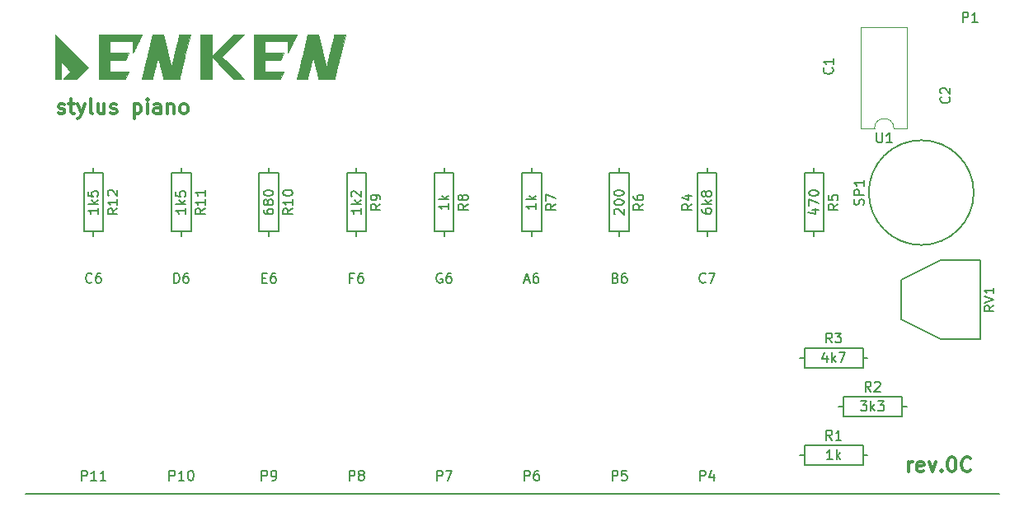
<source format=gto>
G04 #@! TF.FileFunction,Legend,Top*
%FSLAX46Y46*%
G04 Gerber Fmt 4.6, Leading zero omitted, Abs format (unit mm)*
G04 Created by KiCad (PCBNEW 4.0.1-stable) date 2017/05/09 19:12:36*
%MOMM*%
G01*
G04 APERTURE LIST*
%ADD10C,0.100000*%
%ADD11C,0.300000*%
%ADD12C,0.200000*%
%ADD13C,0.150000*%
%ADD14C,0.120000*%
%ADD15C,0.010000*%
%ADD16C,3.000000*%
%ADD17R,3.000000X3.000000*%
%ADD18C,1.600000*%
%ADD19R,2.200000X2.200000*%
%ADD20R,7.000000X18.000000*%
%ADD21C,2.500000*%
%ADD22C,2.000000*%
%ADD23R,2.400000X1.600000*%
%ADD24O,2.400000X1.600000*%
G04 APERTURE END LIST*
D10*
D11*
X193707144Y-113708571D02*
X193707144Y-112708571D01*
X193707144Y-112994286D02*
X193778572Y-112851429D01*
X193850001Y-112780000D01*
X193992858Y-112708571D01*
X194135715Y-112708571D01*
X195207143Y-113637143D02*
X195064286Y-113708571D01*
X194778572Y-113708571D01*
X194635715Y-113637143D01*
X194564286Y-113494286D01*
X194564286Y-112922857D01*
X194635715Y-112780000D01*
X194778572Y-112708571D01*
X195064286Y-112708571D01*
X195207143Y-112780000D01*
X195278572Y-112922857D01*
X195278572Y-113065714D01*
X194564286Y-113208571D01*
X195778572Y-112708571D02*
X196135715Y-113708571D01*
X196492857Y-112708571D01*
X197064286Y-113565714D02*
X197135714Y-113637143D01*
X197064286Y-113708571D01*
X196992857Y-113637143D01*
X197064286Y-113565714D01*
X197064286Y-113708571D01*
X198064286Y-112208571D02*
X198207143Y-112208571D01*
X198350000Y-112280000D01*
X198421429Y-112351429D01*
X198492858Y-112494286D01*
X198564286Y-112780000D01*
X198564286Y-113137143D01*
X198492858Y-113422857D01*
X198421429Y-113565714D01*
X198350000Y-113637143D01*
X198207143Y-113708571D01*
X198064286Y-113708571D01*
X197921429Y-113637143D01*
X197850000Y-113565714D01*
X197778572Y-113422857D01*
X197707143Y-113137143D01*
X197707143Y-112780000D01*
X197778572Y-112494286D01*
X197850000Y-112351429D01*
X197921429Y-112280000D01*
X198064286Y-112208571D01*
X200064286Y-113565714D02*
X199992857Y-113637143D01*
X199778571Y-113708571D01*
X199635714Y-113708571D01*
X199421429Y-113637143D01*
X199278571Y-113494286D01*
X199207143Y-113351429D01*
X199135714Y-113065714D01*
X199135714Y-112851429D01*
X199207143Y-112565714D01*
X199278571Y-112422857D01*
X199421429Y-112280000D01*
X199635714Y-112208571D01*
X199778571Y-112208571D01*
X199992857Y-112280000D01*
X200064286Y-112351429D01*
X106387142Y-76807143D02*
X106529999Y-76878571D01*
X106815714Y-76878571D01*
X106958571Y-76807143D01*
X107029999Y-76664286D01*
X107029999Y-76592857D01*
X106958571Y-76450000D01*
X106815714Y-76378571D01*
X106601428Y-76378571D01*
X106458571Y-76307143D01*
X106387142Y-76164286D01*
X106387142Y-76092857D01*
X106458571Y-75950000D01*
X106601428Y-75878571D01*
X106815714Y-75878571D01*
X106958571Y-75950000D01*
X107458571Y-75878571D02*
X108030000Y-75878571D01*
X107672857Y-75378571D02*
X107672857Y-76664286D01*
X107744285Y-76807143D01*
X107887143Y-76878571D01*
X108030000Y-76878571D01*
X108387143Y-75878571D02*
X108744286Y-76878571D01*
X109101428Y-75878571D02*
X108744286Y-76878571D01*
X108601428Y-77235714D01*
X108530000Y-77307143D01*
X108387143Y-77378571D01*
X109887143Y-76878571D02*
X109744285Y-76807143D01*
X109672857Y-76664286D01*
X109672857Y-75378571D01*
X111101428Y-75878571D02*
X111101428Y-76878571D01*
X110458571Y-75878571D02*
X110458571Y-76664286D01*
X110529999Y-76807143D01*
X110672857Y-76878571D01*
X110887142Y-76878571D01*
X111029999Y-76807143D01*
X111101428Y-76735714D01*
X111744285Y-76807143D02*
X111887142Y-76878571D01*
X112172857Y-76878571D01*
X112315714Y-76807143D01*
X112387142Y-76664286D01*
X112387142Y-76592857D01*
X112315714Y-76450000D01*
X112172857Y-76378571D01*
X111958571Y-76378571D01*
X111815714Y-76307143D01*
X111744285Y-76164286D01*
X111744285Y-76092857D01*
X111815714Y-75950000D01*
X111958571Y-75878571D01*
X112172857Y-75878571D01*
X112315714Y-75950000D01*
X114172857Y-75878571D02*
X114172857Y-77378571D01*
X114172857Y-75950000D02*
X114315714Y-75878571D01*
X114601428Y-75878571D01*
X114744285Y-75950000D01*
X114815714Y-76021429D01*
X114887143Y-76164286D01*
X114887143Y-76592857D01*
X114815714Y-76735714D01*
X114744285Y-76807143D01*
X114601428Y-76878571D01*
X114315714Y-76878571D01*
X114172857Y-76807143D01*
X115530000Y-76878571D02*
X115530000Y-75878571D01*
X115530000Y-75378571D02*
X115458571Y-75450000D01*
X115530000Y-75521429D01*
X115601428Y-75450000D01*
X115530000Y-75378571D01*
X115530000Y-75521429D01*
X116887143Y-76878571D02*
X116887143Y-76092857D01*
X116815714Y-75950000D01*
X116672857Y-75878571D01*
X116387143Y-75878571D01*
X116244286Y-75950000D01*
X116887143Y-76807143D02*
X116744286Y-76878571D01*
X116387143Y-76878571D01*
X116244286Y-76807143D01*
X116172857Y-76664286D01*
X116172857Y-76521429D01*
X116244286Y-76378571D01*
X116387143Y-76307143D01*
X116744286Y-76307143D01*
X116887143Y-76235714D01*
X117601429Y-75878571D02*
X117601429Y-76878571D01*
X117601429Y-76021429D02*
X117672857Y-75950000D01*
X117815715Y-75878571D01*
X118030000Y-75878571D01*
X118172857Y-75950000D01*
X118244286Y-76092857D01*
X118244286Y-76878571D01*
X119172858Y-76878571D02*
X119030000Y-76807143D01*
X118958572Y-76735714D01*
X118887143Y-76592857D01*
X118887143Y-76164286D01*
X118958572Y-76021429D01*
X119030000Y-75950000D01*
X119172858Y-75878571D01*
X119387143Y-75878571D01*
X119530000Y-75950000D01*
X119601429Y-76021429D01*
X119672858Y-76164286D01*
X119672858Y-76592857D01*
X119601429Y-76735714D01*
X119530000Y-76807143D01*
X119387143Y-76878571D01*
X119172858Y-76878571D01*
D12*
X103000000Y-116000000D02*
X203000000Y-116000000D01*
D13*
X189500000Y-112000000D02*
X189000000Y-112000000D01*
X182500000Y-112000000D02*
X183000000Y-112000000D01*
X183000000Y-111000000D02*
X183000000Y-113000000D01*
X183000000Y-113000000D02*
X189000000Y-113000000D01*
X189000000Y-113000000D02*
X189000000Y-111000000D01*
X189000000Y-111000000D02*
X183000000Y-111000000D01*
X193500000Y-107000000D02*
X193000000Y-107000000D01*
X186500000Y-107000000D02*
X187000000Y-107000000D01*
X187000000Y-106000000D02*
X187000000Y-108000000D01*
X187000000Y-108000000D02*
X193000000Y-108000000D01*
X193000000Y-108000000D02*
X193000000Y-106000000D01*
X193000000Y-106000000D02*
X187000000Y-106000000D01*
X189500000Y-102000000D02*
X189000000Y-102000000D01*
X182500000Y-102000000D02*
X183000000Y-102000000D01*
X183000000Y-101000000D02*
X183000000Y-103000000D01*
X183000000Y-103000000D02*
X189000000Y-103000000D01*
X189000000Y-103000000D02*
X189000000Y-101000000D01*
X189000000Y-101000000D02*
X183000000Y-101000000D01*
X201064000Y-100064000D02*
X201064000Y-91936000D01*
X201064000Y-91936000D02*
X197000000Y-91936000D01*
X197000000Y-91936000D02*
X192936000Y-93968000D01*
X192936000Y-93968000D02*
X192936000Y-98032000D01*
X192936000Y-98032000D02*
X197000000Y-100064000D01*
X197000000Y-100064000D02*
X201064000Y-100064000D01*
X200388154Y-85000000D02*
G75*
G03X200388154Y-85000000I-5388154J0D01*
G01*
D14*
X192190000Y-78390000D02*
X193560000Y-78390000D01*
X193560000Y-78390000D02*
X193560000Y-67990000D01*
X193560000Y-67990000D02*
X188820000Y-67990000D01*
X188820000Y-67990000D02*
X188820000Y-78390000D01*
X188820000Y-78390000D02*
X190190000Y-78390000D01*
X190190000Y-78390000D02*
G75*
G02X192190000Y-78390000I1000000J0D01*
G01*
D13*
X173000000Y-82500000D02*
X173000000Y-83000000D01*
X173000000Y-89500000D02*
X173000000Y-89000000D01*
X172000000Y-89000000D02*
X174000000Y-89000000D01*
X174000000Y-89000000D02*
X174000000Y-83000000D01*
X174000000Y-83000000D02*
X172000000Y-83000000D01*
X172000000Y-83000000D02*
X172000000Y-89000000D01*
X184000000Y-89500000D02*
X184000000Y-89000000D01*
X184000000Y-82500000D02*
X184000000Y-83000000D01*
X185000000Y-83000000D02*
X183000000Y-83000000D01*
X183000000Y-83000000D02*
X183000000Y-89000000D01*
X183000000Y-89000000D02*
X185000000Y-89000000D01*
X185000000Y-89000000D02*
X185000000Y-83000000D01*
X164000000Y-89500000D02*
X164000000Y-89000000D01*
X164000000Y-82500000D02*
X164000000Y-83000000D01*
X165000000Y-83000000D02*
X163000000Y-83000000D01*
X163000000Y-83000000D02*
X163000000Y-89000000D01*
X163000000Y-89000000D02*
X165000000Y-89000000D01*
X165000000Y-89000000D02*
X165000000Y-83000000D01*
X155000000Y-89500000D02*
X155000000Y-89000000D01*
X155000000Y-82500000D02*
X155000000Y-83000000D01*
X156000000Y-83000000D02*
X154000000Y-83000000D01*
X154000000Y-83000000D02*
X154000000Y-89000000D01*
X154000000Y-89000000D02*
X156000000Y-89000000D01*
X156000000Y-89000000D02*
X156000000Y-83000000D01*
X146000000Y-89500000D02*
X146000000Y-89000000D01*
X146000000Y-82500000D02*
X146000000Y-83000000D01*
X147000000Y-83000000D02*
X145000000Y-83000000D01*
X145000000Y-83000000D02*
X145000000Y-89000000D01*
X145000000Y-89000000D02*
X147000000Y-89000000D01*
X147000000Y-89000000D02*
X147000000Y-83000000D01*
X137000000Y-89500000D02*
X137000000Y-89000000D01*
X137000000Y-82500000D02*
X137000000Y-83000000D01*
X138000000Y-83000000D02*
X136000000Y-83000000D01*
X136000000Y-83000000D02*
X136000000Y-89000000D01*
X136000000Y-89000000D02*
X138000000Y-89000000D01*
X138000000Y-89000000D02*
X138000000Y-83000000D01*
X128000000Y-89500000D02*
X128000000Y-89000000D01*
X128000000Y-82500000D02*
X128000000Y-83000000D01*
X129000000Y-83000000D02*
X127000000Y-83000000D01*
X127000000Y-83000000D02*
X127000000Y-89000000D01*
X127000000Y-89000000D02*
X129000000Y-89000000D01*
X129000000Y-89000000D02*
X129000000Y-83000000D01*
X119000000Y-89500000D02*
X119000000Y-89000000D01*
X119000000Y-82500000D02*
X119000000Y-83000000D01*
X120000000Y-83000000D02*
X118000000Y-83000000D01*
X118000000Y-83000000D02*
X118000000Y-89000000D01*
X118000000Y-89000000D02*
X120000000Y-89000000D01*
X120000000Y-89000000D02*
X120000000Y-83000000D01*
X110000000Y-89500000D02*
X110000000Y-89000000D01*
X110000000Y-82500000D02*
X110000000Y-83000000D01*
X111000000Y-83000000D02*
X109000000Y-83000000D01*
X109000000Y-83000000D02*
X109000000Y-89000000D01*
X109000000Y-89000000D02*
X111000000Y-89000000D01*
X111000000Y-89000000D02*
X111000000Y-83000000D01*
D15*
G36*
X107791997Y-70408177D02*
X109478554Y-72094729D01*
X108885475Y-72687824D01*
X108292396Y-73280920D01*
X106895406Y-73280920D01*
X107263684Y-72912615D01*
X107631963Y-72544310D01*
X107137941Y-72050288D01*
X106643920Y-71556266D01*
X106643920Y-73280920D01*
X106105440Y-73280920D01*
X106105440Y-68721626D01*
X107791997Y-70408177D01*
X107791997Y-70408177D01*
G37*
X107791997Y-70408177D02*
X109478554Y-72094729D01*
X108885475Y-72687824D01*
X108292396Y-73280920D01*
X106895406Y-73280920D01*
X107263684Y-72912615D01*
X107631963Y-72544310D01*
X107137941Y-72050288D01*
X106643920Y-71556266D01*
X106643920Y-73280920D01*
X106105440Y-73280920D01*
X106105440Y-68721626D01*
X107791997Y-70408177D01*
G36*
X112929665Y-68724167D02*
X113076186Y-68724190D01*
X113219796Y-68724228D01*
X113360169Y-68724280D01*
X113496978Y-68724345D01*
X113629897Y-68724424D01*
X113758600Y-68724516D01*
X113882760Y-68724619D01*
X114002050Y-68724735D01*
X114116144Y-68724861D01*
X114224716Y-68724998D01*
X114327439Y-68725145D01*
X114423986Y-68725302D01*
X114514032Y-68725468D01*
X114597249Y-68725643D01*
X114673312Y-68725826D01*
X114741893Y-68726017D01*
X114802667Y-68726214D01*
X114855307Y-68726419D01*
X114899486Y-68726629D01*
X114934877Y-68726845D01*
X114961156Y-68727066D01*
X114977994Y-68727292D01*
X114985066Y-68727522D01*
X114985280Y-68727569D01*
X114983093Y-68732388D01*
X114976704Y-68745810D01*
X114966370Y-68767308D01*
X114952347Y-68796355D01*
X114934892Y-68832425D01*
X114914261Y-68874991D01*
X114890711Y-68923527D01*
X114864499Y-68977505D01*
X114835882Y-69036399D01*
X114805116Y-69099683D01*
X114772457Y-69166830D01*
X114738162Y-69237313D01*
X114702489Y-69310605D01*
X114665693Y-69386180D01*
X114628032Y-69463511D01*
X114589761Y-69542072D01*
X114551138Y-69621336D01*
X114512419Y-69700776D01*
X114473861Y-69779865D01*
X114435721Y-69858078D01*
X114398254Y-69934886D01*
X114361719Y-70009765D01*
X114326371Y-70082186D01*
X114292466Y-70151623D01*
X114260263Y-70217551D01*
X114230017Y-70279441D01*
X114201985Y-70336767D01*
X114176424Y-70389004D01*
X114153590Y-70435623D01*
X114133740Y-70476098D01*
X114117130Y-70509904D01*
X114104018Y-70536512D01*
X114094660Y-70555397D01*
X114090793Y-70563120D01*
X114056172Y-70631700D01*
X114055640Y-69430280D01*
X111688360Y-69430280D01*
X111688360Y-70639320D01*
X113618750Y-70639320D01*
X113439686Y-70997491D01*
X113260621Y-71355663D01*
X112491000Y-71355599D01*
X112403113Y-71355592D01*
X112317843Y-71355586D01*
X112235760Y-71355580D01*
X112157432Y-71355575D01*
X112083428Y-71355570D01*
X112014315Y-71355567D01*
X111950663Y-71355564D01*
X111893039Y-71355562D01*
X111842013Y-71355560D01*
X111762027Y-71355560D01*
X111734204Y-71355561D01*
X111715252Y-71355563D01*
X111705740Y-71355566D01*
X111704870Y-71355567D01*
X111688360Y-71355600D01*
X111688360Y-72564640D01*
X113618750Y-72564640D01*
X113439702Y-72922780D01*
X113260653Y-73280920D01*
X110575840Y-73280920D01*
X110575840Y-68724160D01*
X112780560Y-68724160D01*
X112929665Y-68724167D01*
X112929665Y-68724167D01*
G37*
X112929665Y-68724167D02*
X113076186Y-68724190D01*
X113219796Y-68724228D01*
X113360169Y-68724280D01*
X113496978Y-68724345D01*
X113629897Y-68724424D01*
X113758600Y-68724516D01*
X113882760Y-68724619D01*
X114002050Y-68724735D01*
X114116144Y-68724861D01*
X114224716Y-68724998D01*
X114327439Y-68725145D01*
X114423986Y-68725302D01*
X114514032Y-68725468D01*
X114597249Y-68725643D01*
X114673312Y-68725826D01*
X114741893Y-68726017D01*
X114802667Y-68726214D01*
X114855307Y-68726419D01*
X114899486Y-68726629D01*
X114934877Y-68726845D01*
X114961156Y-68727066D01*
X114977994Y-68727292D01*
X114985066Y-68727522D01*
X114985280Y-68727569D01*
X114983093Y-68732388D01*
X114976704Y-68745810D01*
X114966370Y-68767308D01*
X114952347Y-68796355D01*
X114934892Y-68832425D01*
X114914261Y-68874991D01*
X114890711Y-68923527D01*
X114864499Y-68977505D01*
X114835882Y-69036399D01*
X114805116Y-69099683D01*
X114772457Y-69166830D01*
X114738162Y-69237313D01*
X114702489Y-69310605D01*
X114665693Y-69386180D01*
X114628032Y-69463511D01*
X114589761Y-69542072D01*
X114551138Y-69621336D01*
X114512419Y-69700776D01*
X114473861Y-69779865D01*
X114435721Y-69858078D01*
X114398254Y-69934886D01*
X114361719Y-70009765D01*
X114326371Y-70082186D01*
X114292466Y-70151623D01*
X114260263Y-70217551D01*
X114230017Y-70279441D01*
X114201985Y-70336767D01*
X114176424Y-70389004D01*
X114153590Y-70435623D01*
X114133740Y-70476098D01*
X114117130Y-70509904D01*
X114104018Y-70536512D01*
X114094660Y-70555397D01*
X114090793Y-70563120D01*
X114056172Y-70631700D01*
X114055640Y-69430280D01*
X111688360Y-69430280D01*
X111688360Y-70639320D01*
X113618750Y-70639320D01*
X113439686Y-70997491D01*
X113260621Y-71355663D01*
X112491000Y-71355599D01*
X112403113Y-71355592D01*
X112317843Y-71355586D01*
X112235760Y-71355580D01*
X112157432Y-71355575D01*
X112083428Y-71355570D01*
X112014315Y-71355567D01*
X111950663Y-71355564D01*
X111893039Y-71355562D01*
X111842013Y-71355560D01*
X111762027Y-71355560D01*
X111734204Y-71355561D01*
X111715252Y-71355563D01*
X111705740Y-71355566D01*
X111704870Y-71355567D01*
X111688360Y-71355600D01*
X111688360Y-72564640D01*
X113618750Y-72564640D01*
X113439702Y-72922780D01*
X113260653Y-73280920D01*
X110575840Y-73280920D01*
X110575840Y-68724160D01*
X112780560Y-68724160D01*
X112929665Y-68724167D01*
G36*
X117560718Y-70421253D02*
X117602629Y-70590946D01*
X117642458Y-70752062D01*
X117680187Y-70904527D01*
X117715797Y-71048272D01*
X117749271Y-71183223D01*
X117780591Y-71309310D01*
X117809739Y-71426460D01*
X117836697Y-71534602D01*
X117861447Y-71633664D01*
X117883971Y-71723575D01*
X117904252Y-71804263D01*
X117922270Y-71875656D01*
X117938009Y-71937682D01*
X117951449Y-71990270D01*
X117962575Y-72033348D01*
X117971366Y-72066844D01*
X117977806Y-72090687D01*
X117981876Y-72104805D01*
X117983558Y-72109127D01*
X117983574Y-72109099D01*
X117985053Y-72103505D01*
X117988834Y-72088397D01*
X117994828Y-72064140D01*
X118002947Y-72031094D01*
X118013103Y-71989621D01*
X118025208Y-71940085D01*
X118039174Y-71882847D01*
X118054913Y-71818270D01*
X118072336Y-71746716D01*
X118091356Y-71668547D01*
X118111884Y-71584125D01*
X118133833Y-71493813D01*
X118157114Y-71397973D01*
X118181640Y-71296966D01*
X118207322Y-71191156D01*
X118234072Y-71080905D01*
X118261802Y-70966574D01*
X118290424Y-70848527D01*
X118319850Y-70727124D01*
X118349992Y-70602730D01*
X118380761Y-70475705D01*
X118391578Y-70431040D01*
X118422569Y-70303077D01*
X118452967Y-70177566D01*
X118482686Y-70054872D01*
X118511637Y-69935361D01*
X118539731Y-69819396D01*
X118566880Y-69707344D01*
X118592995Y-69599569D01*
X118617988Y-69496436D01*
X118641770Y-69398311D01*
X118664253Y-69305557D01*
X118685349Y-69218542D01*
X118704968Y-69137628D01*
X118723022Y-69063182D01*
X118739423Y-68995569D01*
X118754082Y-68935153D01*
X118766911Y-68882300D01*
X118777822Y-68837374D01*
X118786725Y-68800741D01*
X118793532Y-68772766D01*
X118798155Y-68753814D01*
X118800506Y-68744249D01*
X118800769Y-68743210D01*
X118805831Y-68724160D01*
X119921145Y-68724160D01*
X119401535Y-70874269D01*
X119366147Y-71020703D01*
X119331234Y-71165167D01*
X119296880Y-71307319D01*
X119263167Y-71446817D01*
X119230178Y-71583317D01*
X119197995Y-71716478D01*
X119166702Y-71845957D01*
X119136382Y-71971412D01*
X119107116Y-72092499D01*
X119078988Y-72208877D01*
X119052081Y-72320203D01*
X119026478Y-72426135D01*
X119002260Y-72526330D01*
X118979512Y-72620445D01*
X118958315Y-72708138D01*
X118938753Y-72789067D01*
X118920908Y-72862888D01*
X118904863Y-72929261D01*
X118890701Y-72987841D01*
X118878505Y-73038287D01*
X118868357Y-73080256D01*
X118860341Y-73113405D01*
X118854538Y-73137393D01*
X118851033Y-73151876D01*
X118850845Y-73152650D01*
X118819765Y-73280920D01*
X117185397Y-73280920D01*
X117180844Y-73264410D01*
X117179167Y-73257996D01*
X117175076Y-73242192D01*
X117168687Y-73217444D01*
X117160115Y-73184201D01*
X117149476Y-73142912D01*
X117136885Y-73094026D01*
X117122458Y-73037990D01*
X117106309Y-72975254D01*
X117088555Y-72906266D01*
X117069311Y-72831474D01*
X117048693Y-72751328D01*
X117026815Y-72666274D01*
X117003793Y-72576763D01*
X116979742Y-72483242D01*
X116954779Y-72386161D01*
X116929018Y-72285967D01*
X116902575Y-72183108D01*
X116892456Y-72143749D01*
X116860878Y-72020915D01*
X116831727Y-71907552D01*
X116804904Y-71803288D01*
X116780309Y-71707754D01*
X116757843Y-71620577D01*
X116737408Y-71541388D01*
X116718903Y-71469816D01*
X116702230Y-71405490D01*
X116687289Y-71348039D01*
X116673982Y-71297093D01*
X116662208Y-71252281D01*
X116651869Y-71213233D01*
X116642865Y-71179577D01*
X116635097Y-71150944D01*
X116628467Y-71126962D01*
X116622874Y-71107260D01*
X116618220Y-71091468D01*
X116614404Y-71079216D01*
X116611329Y-71070132D01*
X116608895Y-71063846D01*
X116607002Y-71059988D01*
X116605551Y-71058186D01*
X116604443Y-71058070D01*
X116603580Y-71059269D01*
X116602860Y-71061413D01*
X116602781Y-71061709D01*
X116600967Y-71068740D01*
X116596761Y-71085145D01*
X116590283Y-71110451D01*
X116581654Y-71144188D01*
X116570995Y-71185883D01*
X116558426Y-71235065D01*
X116544066Y-71291263D01*
X116528037Y-71354004D01*
X116510460Y-71422819D01*
X116491454Y-71497235D01*
X116471139Y-71576781D01*
X116449637Y-71660985D01*
X116427068Y-71749376D01*
X116403552Y-71841483D01*
X116379210Y-71936833D01*
X116354162Y-72034956D01*
X116336956Y-72102360D01*
X116311267Y-72202996D01*
X116286072Y-72301686D01*
X116261500Y-72397921D01*
X116237681Y-72491196D01*
X116214744Y-72581001D01*
X116192820Y-72666830D01*
X116172038Y-72748176D01*
X116152528Y-72824531D01*
X116134419Y-72895388D01*
X116117841Y-72960239D01*
X116102924Y-73018577D01*
X116089797Y-73069896D01*
X116078590Y-73113687D01*
X116069432Y-73149443D01*
X116062454Y-73176657D01*
X116057785Y-73194822D01*
X116056212Y-73200910D01*
X116035452Y-73280920D01*
X115497666Y-73280920D01*
X115424679Y-73280905D01*
X115354611Y-73280862D01*
X115288123Y-73280792D01*
X115225876Y-73280698D01*
X115168531Y-73280582D01*
X115116748Y-73280445D01*
X115071190Y-73280290D01*
X115032516Y-73280118D01*
X115001388Y-73279932D01*
X114978467Y-73279733D01*
X114964414Y-73279524D01*
X114959880Y-73279316D01*
X114961087Y-73272510D01*
X114964661Y-73256143D01*
X114970529Y-73230516D01*
X114978620Y-73195929D01*
X114988861Y-73152685D01*
X115001181Y-73101085D01*
X115015508Y-73041429D01*
X115031770Y-72974020D01*
X115049894Y-72899158D01*
X115069809Y-72817145D01*
X115091442Y-72728282D01*
X115094183Y-72717040D01*
X115102995Y-72680886D01*
X115114097Y-72635322D01*
X115127377Y-72580808D01*
X115142723Y-72517804D01*
X115160023Y-72446772D01*
X115179164Y-72368171D01*
X115200035Y-72282464D01*
X115222522Y-72190110D01*
X115246514Y-72091571D01*
X115271899Y-71987308D01*
X115298565Y-71877780D01*
X115326399Y-71763450D01*
X115355289Y-71644777D01*
X115385123Y-71522223D01*
X115415789Y-71396248D01*
X115447174Y-71267314D01*
X115479167Y-71135880D01*
X115511655Y-71002409D01*
X115544526Y-70867360D01*
X115577668Y-70731194D01*
X115610969Y-70594373D01*
X115629703Y-70517400D01*
X116065523Y-68726700D01*
X116603631Y-68725414D01*
X117141740Y-68724129D01*
X117560718Y-70421253D01*
X117560718Y-70421253D01*
G37*
X117560718Y-70421253D02*
X117602629Y-70590946D01*
X117642458Y-70752062D01*
X117680187Y-70904527D01*
X117715797Y-71048272D01*
X117749271Y-71183223D01*
X117780591Y-71309310D01*
X117809739Y-71426460D01*
X117836697Y-71534602D01*
X117861447Y-71633664D01*
X117883971Y-71723575D01*
X117904252Y-71804263D01*
X117922270Y-71875656D01*
X117938009Y-71937682D01*
X117951449Y-71990270D01*
X117962575Y-72033348D01*
X117971366Y-72066844D01*
X117977806Y-72090687D01*
X117981876Y-72104805D01*
X117983558Y-72109127D01*
X117983574Y-72109099D01*
X117985053Y-72103505D01*
X117988834Y-72088397D01*
X117994828Y-72064140D01*
X118002947Y-72031094D01*
X118013103Y-71989621D01*
X118025208Y-71940085D01*
X118039174Y-71882847D01*
X118054913Y-71818270D01*
X118072336Y-71746716D01*
X118091356Y-71668547D01*
X118111884Y-71584125D01*
X118133833Y-71493813D01*
X118157114Y-71397973D01*
X118181640Y-71296966D01*
X118207322Y-71191156D01*
X118234072Y-71080905D01*
X118261802Y-70966574D01*
X118290424Y-70848527D01*
X118319850Y-70727124D01*
X118349992Y-70602730D01*
X118380761Y-70475705D01*
X118391578Y-70431040D01*
X118422569Y-70303077D01*
X118452967Y-70177566D01*
X118482686Y-70054872D01*
X118511637Y-69935361D01*
X118539731Y-69819396D01*
X118566880Y-69707344D01*
X118592995Y-69599569D01*
X118617988Y-69496436D01*
X118641770Y-69398311D01*
X118664253Y-69305557D01*
X118685349Y-69218542D01*
X118704968Y-69137628D01*
X118723022Y-69063182D01*
X118739423Y-68995569D01*
X118754082Y-68935153D01*
X118766911Y-68882300D01*
X118777822Y-68837374D01*
X118786725Y-68800741D01*
X118793532Y-68772766D01*
X118798155Y-68753814D01*
X118800506Y-68744249D01*
X118800769Y-68743210D01*
X118805831Y-68724160D01*
X119921145Y-68724160D01*
X119401535Y-70874269D01*
X119366147Y-71020703D01*
X119331234Y-71165167D01*
X119296880Y-71307319D01*
X119263167Y-71446817D01*
X119230178Y-71583317D01*
X119197995Y-71716478D01*
X119166702Y-71845957D01*
X119136382Y-71971412D01*
X119107116Y-72092499D01*
X119078988Y-72208877D01*
X119052081Y-72320203D01*
X119026478Y-72426135D01*
X119002260Y-72526330D01*
X118979512Y-72620445D01*
X118958315Y-72708138D01*
X118938753Y-72789067D01*
X118920908Y-72862888D01*
X118904863Y-72929261D01*
X118890701Y-72987841D01*
X118878505Y-73038287D01*
X118868357Y-73080256D01*
X118860341Y-73113405D01*
X118854538Y-73137393D01*
X118851033Y-73151876D01*
X118850845Y-73152650D01*
X118819765Y-73280920D01*
X117185397Y-73280920D01*
X117180844Y-73264410D01*
X117179167Y-73257996D01*
X117175076Y-73242192D01*
X117168687Y-73217444D01*
X117160115Y-73184201D01*
X117149476Y-73142912D01*
X117136885Y-73094026D01*
X117122458Y-73037990D01*
X117106309Y-72975254D01*
X117088555Y-72906266D01*
X117069311Y-72831474D01*
X117048693Y-72751328D01*
X117026815Y-72666274D01*
X117003793Y-72576763D01*
X116979742Y-72483242D01*
X116954779Y-72386161D01*
X116929018Y-72285967D01*
X116902575Y-72183108D01*
X116892456Y-72143749D01*
X116860878Y-72020915D01*
X116831727Y-71907552D01*
X116804904Y-71803288D01*
X116780309Y-71707754D01*
X116757843Y-71620577D01*
X116737408Y-71541388D01*
X116718903Y-71469816D01*
X116702230Y-71405490D01*
X116687289Y-71348039D01*
X116673982Y-71297093D01*
X116662208Y-71252281D01*
X116651869Y-71213233D01*
X116642865Y-71179577D01*
X116635097Y-71150944D01*
X116628467Y-71126962D01*
X116622874Y-71107260D01*
X116618220Y-71091468D01*
X116614404Y-71079216D01*
X116611329Y-71070132D01*
X116608895Y-71063846D01*
X116607002Y-71059988D01*
X116605551Y-71058186D01*
X116604443Y-71058070D01*
X116603580Y-71059269D01*
X116602860Y-71061413D01*
X116602781Y-71061709D01*
X116600967Y-71068740D01*
X116596761Y-71085145D01*
X116590283Y-71110451D01*
X116581654Y-71144188D01*
X116570995Y-71185883D01*
X116558426Y-71235065D01*
X116544066Y-71291263D01*
X116528037Y-71354004D01*
X116510460Y-71422819D01*
X116491454Y-71497235D01*
X116471139Y-71576781D01*
X116449637Y-71660985D01*
X116427068Y-71749376D01*
X116403552Y-71841483D01*
X116379210Y-71936833D01*
X116354162Y-72034956D01*
X116336956Y-72102360D01*
X116311267Y-72202996D01*
X116286072Y-72301686D01*
X116261500Y-72397921D01*
X116237681Y-72491196D01*
X116214744Y-72581001D01*
X116192820Y-72666830D01*
X116172038Y-72748176D01*
X116152528Y-72824531D01*
X116134419Y-72895388D01*
X116117841Y-72960239D01*
X116102924Y-73018577D01*
X116089797Y-73069896D01*
X116078590Y-73113687D01*
X116069432Y-73149443D01*
X116062454Y-73176657D01*
X116057785Y-73194822D01*
X116056212Y-73200910D01*
X116035452Y-73280920D01*
X115497666Y-73280920D01*
X115424679Y-73280905D01*
X115354611Y-73280862D01*
X115288123Y-73280792D01*
X115225876Y-73280698D01*
X115168531Y-73280582D01*
X115116748Y-73280445D01*
X115071190Y-73280290D01*
X115032516Y-73280118D01*
X115001388Y-73279932D01*
X114978467Y-73279733D01*
X114964414Y-73279524D01*
X114959880Y-73279316D01*
X114961087Y-73272510D01*
X114964661Y-73256143D01*
X114970529Y-73230516D01*
X114978620Y-73195929D01*
X114988861Y-73152685D01*
X115001181Y-73101085D01*
X115015508Y-73041429D01*
X115031770Y-72974020D01*
X115049894Y-72899158D01*
X115069809Y-72817145D01*
X115091442Y-72728282D01*
X115094183Y-72717040D01*
X115102995Y-72680886D01*
X115114097Y-72635322D01*
X115127377Y-72580808D01*
X115142723Y-72517804D01*
X115160023Y-72446772D01*
X115179164Y-72368171D01*
X115200035Y-72282464D01*
X115222522Y-72190110D01*
X115246514Y-72091571D01*
X115271899Y-71987308D01*
X115298565Y-71877780D01*
X115326399Y-71763450D01*
X115355289Y-71644777D01*
X115385123Y-71522223D01*
X115415789Y-71396248D01*
X115447174Y-71267314D01*
X115479167Y-71135880D01*
X115511655Y-71002409D01*
X115544526Y-70867360D01*
X115577668Y-70731194D01*
X115610969Y-70594373D01*
X115629703Y-70517400D01*
X116065523Y-68726700D01*
X116603631Y-68725414D01*
X117141740Y-68724129D01*
X117560718Y-70421253D01*
G36*
X122112520Y-70997451D02*
X123249174Y-69860805D01*
X124385828Y-68724160D01*
X125472931Y-68724160D01*
X124335019Y-69862080D01*
X123197108Y-71000000D01*
X124337560Y-72140460D01*
X125478011Y-73280920D01*
X124395988Y-73280920D01*
X122112520Y-70997468D01*
X122112520Y-73280920D01*
X121010160Y-73280920D01*
X121010160Y-68724160D01*
X122112520Y-68724160D01*
X122112520Y-70997451D01*
X122112520Y-70997451D01*
G37*
X122112520Y-70997451D02*
X123249174Y-69860805D01*
X124385828Y-68724160D01*
X125472931Y-68724160D01*
X124335019Y-69862080D01*
X123197108Y-71000000D01*
X124337560Y-72140460D01*
X125478011Y-73280920D01*
X124395988Y-73280920D01*
X122112520Y-70997468D01*
X122112520Y-73280920D01*
X121010160Y-73280920D01*
X121010160Y-68724160D01*
X122112520Y-68724160D01*
X122112520Y-70997451D01*
G36*
X128830065Y-68724167D02*
X128976586Y-68724190D01*
X129120196Y-68724228D01*
X129260569Y-68724280D01*
X129397378Y-68724345D01*
X129530297Y-68724424D01*
X129659000Y-68724516D01*
X129783160Y-68724619D01*
X129902450Y-68724735D01*
X130016544Y-68724861D01*
X130125116Y-68724998D01*
X130227839Y-68725145D01*
X130324386Y-68725302D01*
X130414432Y-68725468D01*
X130497649Y-68725643D01*
X130573712Y-68725826D01*
X130642293Y-68726017D01*
X130703067Y-68726214D01*
X130755707Y-68726419D01*
X130799886Y-68726629D01*
X130835277Y-68726845D01*
X130861556Y-68727066D01*
X130878394Y-68727292D01*
X130885466Y-68727522D01*
X130885680Y-68727569D01*
X130883493Y-68732388D01*
X130877104Y-68745810D01*
X130866770Y-68767308D01*
X130852747Y-68796355D01*
X130835292Y-68832425D01*
X130814661Y-68874991D01*
X130791111Y-68923527D01*
X130764899Y-68977505D01*
X130736282Y-69036399D01*
X130705516Y-69099683D01*
X130672857Y-69166830D01*
X130638562Y-69237313D01*
X130602889Y-69310605D01*
X130566093Y-69386180D01*
X130528432Y-69463511D01*
X130490161Y-69542072D01*
X130451538Y-69621336D01*
X130412819Y-69700776D01*
X130374261Y-69779865D01*
X130336121Y-69858078D01*
X130298654Y-69934886D01*
X130262119Y-70009765D01*
X130226771Y-70082186D01*
X130192866Y-70151623D01*
X130160663Y-70217551D01*
X130130417Y-70279441D01*
X130102385Y-70336767D01*
X130076824Y-70389004D01*
X130053990Y-70435623D01*
X130034140Y-70476098D01*
X130017530Y-70509904D01*
X130004418Y-70536512D01*
X129995060Y-70555397D01*
X129991193Y-70563120D01*
X129956572Y-70631700D01*
X129956040Y-69430280D01*
X127588760Y-69430280D01*
X127588760Y-70639320D01*
X129519150Y-70639320D01*
X129340086Y-70997491D01*
X129161021Y-71355663D01*
X128391400Y-71355599D01*
X128303513Y-71355592D01*
X128218243Y-71355586D01*
X128136160Y-71355580D01*
X128057832Y-71355575D01*
X127983828Y-71355570D01*
X127914715Y-71355567D01*
X127851063Y-71355564D01*
X127793439Y-71355562D01*
X127742413Y-71355560D01*
X127662427Y-71355560D01*
X127634604Y-71355561D01*
X127615652Y-71355563D01*
X127606140Y-71355566D01*
X127605270Y-71355567D01*
X127588760Y-71355600D01*
X127588760Y-72564640D01*
X129519150Y-72564640D01*
X129340102Y-72922780D01*
X129161053Y-73280920D01*
X126476240Y-73280920D01*
X126476240Y-68724160D01*
X128680960Y-68724160D01*
X128830065Y-68724167D01*
X128830065Y-68724167D01*
G37*
X128830065Y-68724167D02*
X128976586Y-68724190D01*
X129120196Y-68724228D01*
X129260569Y-68724280D01*
X129397378Y-68724345D01*
X129530297Y-68724424D01*
X129659000Y-68724516D01*
X129783160Y-68724619D01*
X129902450Y-68724735D01*
X130016544Y-68724861D01*
X130125116Y-68724998D01*
X130227839Y-68725145D01*
X130324386Y-68725302D01*
X130414432Y-68725468D01*
X130497649Y-68725643D01*
X130573712Y-68725826D01*
X130642293Y-68726017D01*
X130703067Y-68726214D01*
X130755707Y-68726419D01*
X130799886Y-68726629D01*
X130835277Y-68726845D01*
X130861556Y-68727066D01*
X130878394Y-68727292D01*
X130885466Y-68727522D01*
X130885680Y-68727569D01*
X130883493Y-68732388D01*
X130877104Y-68745810D01*
X130866770Y-68767308D01*
X130852747Y-68796355D01*
X130835292Y-68832425D01*
X130814661Y-68874991D01*
X130791111Y-68923527D01*
X130764899Y-68977505D01*
X130736282Y-69036399D01*
X130705516Y-69099683D01*
X130672857Y-69166830D01*
X130638562Y-69237313D01*
X130602889Y-69310605D01*
X130566093Y-69386180D01*
X130528432Y-69463511D01*
X130490161Y-69542072D01*
X130451538Y-69621336D01*
X130412819Y-69700776D01*
X130374261Y-69779865D01*
X130336121Y-69858078D01*
X130298654Y-69934886D01*
X130262119Y-70009765D01*
X130226771Y-70082186D01*
X130192866Y-70151623D01*
X130160663Y-70217551D01*
X130130417Y-70279441D01*
X130102385Y-70336767D01*
X130076824Y-70389004D01*
X130053990Y-70435623D01*
X130034140Y-70476098D01*
X130017530Y-70509904D01*
X130004418Y-70536512D01*
X129995060Y-70555397D01*
X129991193Y-70563120D01*
X129956572Y-70631700D01*
X129956040Y-69430280D01*
X127588760Y-69430280D01*
X127588760Y-70639320D01*
X129519150Y-70639320D01*
X129340086Y-70997491D01*
X129161021Y-71355663D01*
X128391400Y-71355599D01*
X128303513Y-71355592D01*
X128218243Y-71355586D01*
X128136160Y-71355580D01*
X128057832Y-71355575D01*
X127983828Y-71355570D01*
X127914715Y-71355567D01*
X127851063Y-71355564D01*
X127793439Y-71355562D01*
X127742413Y-71355560D01*
X127662427Y-71355560D01*
X127634604Y-71355561D01*
X127615652Y-71355563D01*
X127606140Y-71355566D01*
X127605270Y-71355567D01*
X127588760Y-71355600D01*
X127588760Y-72564640D01*
X129519150Y-72564640D01*
X129340102Y-72922780D01*
X129161053Y-73280920D01*
X126476240Y-73280920D01*
X126476240Y-68724160D01*
X128680960Y-68724160D01*
X128830065Y-68724167D01*
G36*
X133486518Y-70421253D02*
X133528429Y-70590946D01*
X133568258Y-70752062D01*
X133605987Y-70904527D01*
X133641597Y-71048272D01*
X133675071Y-71183223D01*
X133706391Y-71309310D01*
X133735539Y-71426460D01*
X133762497Y-71534602D01*
X133787247Y-71633664D01*
X133809771Y-71723575D01*
X133830052Y-71804263D01*
X133848070Y-71875656D01*
X133863809Y-71937682D01*
X133877249Y-71990270D01*
X133888375Y-72033348D01*
X133897166Y-72066844D01*
X133903606Y-72090687D01*
X133907676Y-72104805D01*
X133909358Y-72109127D01*
X133909374Y-72109099D01*
X133910853Y-72103505D01*
X133914634Y-72088397D01*
X133920628Y-72064140D01*
X133928747Y-72031094D01*
X133938903Y-71989621D01*
X133951008Y-71940085D01*
X133964974Y-71882847D01*
X133980713Y-71818270D01*
X133998136Y-71746716D01*
X134017156Y-71668547D01*
X134037684Y-71584125D01*
X134059633Y-71493813D01*
X134082914Y-71397973D01*
X134107440Y-71296966D01*
X134133122Y-71191156D01*
X134159872Y-71080905D01*
X134187602Y-70966574D01*
X134216224Y-70848527D01*
X134245650Y-70727124D01*
X134275792Y-70602730D01*
X134306561Y-70475705D01*
X134317378Y-70431040D01*
X134348369Y-70303077D01*
X134378767Y-70177566D01*
X134408486Y-70054872D01*
X134437437Y-69935361D01*
X134465531Y-69819396D01*
X134492680Y-69707344D01*
X134518795Y-69599569D01*
X134543788Y-69496436D01*
X134567570Y-69398311D01*
X134590053Y-69305557D01*
X134611149Y-69218542D01*
X134630768Y-69137628D01*
X134648822Y-69063182D01*
X134665223Y-68995569D01*
X134679882Y-68935153D01*
X134692711Y-68882300D01*
X134703622Y-68837374D01*
X134712525Y-68800741D01*
X134719332Y-68772766D01*
X134723955Y-68753814D01*
X134726306Y-68744249D01*
X134726569Y-68743210D01*
X134731631Y-68724160D01*
X135846945Y-68724160D01*
X135327335Y-70874269D01*
X135291947Y-71020703D01*
X135257034Y-71165167D01*
X135222680Y-71307319D01*
X135188967Y-71446817D01*
X135155978Y-71583317D01*
X135123795Y-71716478D01*
X135092502Y-71845957D01*
X135062182Y-71971412D01*
X135032916Y-72092499D01*
X135004788Y-72208877D01*
X134977881Y-72320203D01*
X134952278Y-72426135D01*
X134928060Y-72526330D01*
X134905312Y-72620445D01*
X134884115Y-72708138D01*
X134864553Y-72789067D01*
X134846708Y-72862888D01*
X134830663Y-72929261D01*
X134816501Y-72987841D01*
X134804305Y-73038287D01*
X134794157Y-73080256D01*
X134786141Y-73113405D01*
X134780338Y-73137393D01*
X134776833Y-73151876D01*
X134776645Y-73152650D01*
X134745565Y-73280920D01*
X133111197Y-73280920D01*
X133106644Y-73264410D01*
X133104967Y-73257996D01*
X133100876Y-73242192D01*
X133094487Y-73217444D01*
X133085915Y-73184201D01*
X133075276Y-73142912D01*
X133062685Y-73094026D01*
X133048258Y-73037990D01*
X133032109Y-72975254D01*
X133014355Y-72906266D01*
X132995111Y-72831474D01*
X132974493Y-72751328D01*
X132952615Y-72666274D01*
X132929593Y-72576763D01*
X132905542Y-72483242D01*
X132880579Y-72386161D01*
X132854818Y-72285967D01*
X132828375Y-72183108D01*
X132818256Y-72143749D01*
X132786678Y-72020915D01*
X132757527Y-71907552D01*
X132730704Y-71803288D01*
X132706109Y-71707754D01*
X132683643Y-71620577D01*
X132663208Y-71541388D01*
X132644703Y-71469816D01*
X132628030Y-71405490D01*
X132613089Y-71348039D01*
X132599782Y-71297093D01*
X132588008Y-71252281D01*
X132577669Y-71213233D01*
X132568665Y-71179577D01*
X132560897Y-71150944D01*
X132554267Y-71126962D01*
X132548674Y-71107260D01*
X132544020Y-71091468D01*
X132540204Y-71079216D01*
X132537129Y-71070132D01*
X132534695Y-71063846D01*
X132532802Y-71059988D01*
X132531351Y-71058186D01*
X132530243Y-71058070D01*
X132529380Y-71059269D01*
X132528660Y-71061413D01*
X132528581Y-71061709D01*
X132526767Y-71068740D01*
X132522561Y-71085145D01*
X132516083Y-71110451D01*
X132507454Y-71144188D01*
X132496795Y-71185883D01*
X132484226Y-71235065D01*
X132469866Y-71291263D01*
X132453837Y-71354004D01*
X132436260Y-71422819D01*
X132417254Y-71497235D01*
X132396939Y-71576781D01*
X132375437Y-71660985D01*
X132352868Y-71749376D01*
X132329352Y-71841483D01*
X132305010Y-71936833D01*
X132279962Y-72034956D01*
X132262756Y-72102360D01*
X132237067Y-72202996D01*
X132211872Y-72301686D01*
X132187300Y-72397921D01*
X132163481Y-72491196D01*
X132140544Y-72581001D01*
X132118620Y-72666830D01*
X132097838Y-72748176D01*
X132078328Y-72824531D01*
X132060219Y-72895388D01*
X132043641Y-72960239D01*
X132028724Y-73018577D01*
X132015597Y-73069896D01*
X132004390Y-73113687D01*
X131995232Y-73149443D01*
X131988254Y-73176657D01*
X131983585Y-73194822D01*
X131982012Y-73200910D01*
X131961252Y-73280920D01*
X131423466Y-73280920D01*
X131334717Y-73280897D01*
X131255645Y-73280828D01*
X131185768Y-73280704D01*
X131124604Y-73280522D01*
X131071668Y-73280274D01*
X131026480Y-73279956D01*
X130988556Y-73279562D01*
X130957413Y-73279086D01*
X130932570Y-73278522D01*
X130913543Y-73277864D01*
X130899850Y-73277108D01*
X130891008Y-73276246D01*
X130886535Y-73275274D01*
X130885741Y-73274570D01*
X130886935Y-73269265D01*
X130890458Y-73254398D01*
X130896236Y-73230278D01*
X130904192Y-73197214D01*
X130914253Y-73155516D01*
X130926342Y-73105493D01*
X130940386Y-73047454D01*
X130956308Y-72981707D01*
X130974034Y-72908564D01*
X130993489Y-72828331D01*
X131014598Y-72741320D01*
X131037285Y-72647839D01*
X131061476Y-72548197D01*
X131087095Y-72442703D01*
X131114067Y-72331667D01*
X131142318Y-72215399D01*
X131171772Y-72094206D01*
X131202354Y-71968399D01*
X131233990Y-71838286D01*
X131266603Y-71704177D01*
X131300119Y-71566382D01*
X131334463Y-71425209D01*
X131369560Y-71280967D01*
X131405335Y-71133966D01*
X131438561Y-70997460D01*
X131991319Y-68726700D01*
X132529429Y-68725414D01*
X133067540Y-68724129D01*
X133486518Y-70421253D01*
X133486518Y-70421253D01*
G37*
X133486518Y-70421253D02*
X133528429Y-70590946D01*
X133568258Y-70752062D01*
X133605987Y-70904527D01*
X133641597Y-71048272D01*
X133675071Y-71183223D01*
X133706391Y-71309310D01*
X133735539Y-71426460D01*
X133762497Y-71534602D01*
X133787247Y-71633664D01*
X133809771Y-71723575D01*
X133830052Y-71804263D01*
X133848070Y-71875656D01*
X133863809Y-71937682D01*
X133877249Y-71990270D01*
X133888375Y-72033348D01*
X133897166Y-72066844D01*
X133903606Y-72090687D01*
X133907676Y-72104805D01*
X133909358Y-72109127D01*
X133909374Y-72109099D01*
X133910853Y-72103505D01*
X133914634Y-72088397D01*
X133920628Y-72064140D01*
X133928747Y-72031094D01*
X133938903Y-71989621D01*
X133951008Y-71940085D01*
X133964974Y-71882847D01*
X133980713Y-71818270D01*
X133998136Y-71746716D01*
X134017156Y-71668547D01*
X134037684Y-71584125D01*
X134059633Y-71493813D01*
X134082914Y-71397973D01*
X134107440Y-71296966D01*
X134133122Y-71191156D01*
X134159872Y-71080905D01*
X134187602Y-70966574D01*
X134216224Y-70848527D01*
X134245650Y-70727124D01*
X134275792Y-70602730D01*
X134306561Y-70475705D01*
X134317378Y-70431040D01*
X134348369Y-70303077D01*
X134378767Y-70177566D01*
X134408486Y-70054872D01*
X134437437Y-69935361D01*
X134465531Y-69819396D01*
X134492680Y-69707344D01*
X134518795Y-69599569D01*
X134543788Y-69496436D01*
X134567570Y-69398311D01*
X134590053Y-69305557D01*
X134611149Y-69218542D01*
X134630768Y-69137628D01*
X134648822Y-69063182D01*
X134665223Y-68995569D01*
X134679882Y-68935153D01*
X134692711Y-68882300D01*
X134703622Y-68837374D01*
X134712525Y-68800741D01*
X134719332Y-68772766D01*
X134723955Y-68753814D01*
X134726306Y-68744249D01*
X134726569Y-68743210D01*
X134731631Y-68724160D01*
X135846945Y-68724160D01*
X135327335Y-70874269D01*
X135291947Y-71020703D01*
X135257034Y-71165167D01*
X135222680Y-71307319D01*
X135188967Y-71446817D01*
X135155978Y-71583317D01*
X135123795Y-71716478D01*
X135092502Y-71845957D01*
X135062182Y-71971412D01*
X135032916Y-72092499D01*
X135004788Y-72208877D01*
X134977881Y-72320203D01*
X134952278Y-72426135D01*
X134928060Y-72526330D01*
X134905312Y-72620445D01*
X134884115Y-72708138D01*
X134864553Y-72789067D01*
X134846708Y-72862888D01*
X134830663Y-72929261D01*
X134816501Y-72987841D01*
X134804305Y-73038287D01*
X134794157Y-73080256D01*
X134786141Y-73113405D01*
X134780338Y-73137393D01*
X134776833Y-73151876D01*
X134776645Y-73152650D01*
X134745565Y-73280920D01*
X133111197Y-73280920D01*
X133106644Y-73264410D01*
X133104967Y-73257996D01*
X133100876Y-73242192D01*
X133094487Y-73217444D01*
X133085915Y-73184201D01*
X133075276Y-73142912D01*
X133062685Y-73094026D01*
X133048258Y-73037990D01*
X133032109Y-72975254D01*
X133014355Y-72906266D01*
X132995111Y-72831474D01*
X132974493Y-72751328D01*
X132952615Y-72666274D01*
X132929593Y-72576763D01*
X132905542Y-72483242D01*
X132880579Y-72386161D01*
X132854818Y-72285967D01*
X132828375Y-72183108D01*
X132818256Y-72143749D01*
X132786678Y-72020915D01*
X132757527Y-71907552D01*
X132730704Y-71803288D01*
X132706109Y-71707754D01*
X132683643Y-71620577D01*
X132663208Y-71541388D01*
X132644703Y-71469816D01*
X132628030Y-71405490D01*
X132613089Y-71348039D01*
X132599782Y-71297093D01*
X132588008Y-71252281D01*
X132577669Y-71213233D01*
X132568665Y-71179577D01*
X132560897Y-71150944D01*
X132554267Y-71126962D01*
X132548674Y-71107260D01*
X132544020Y-71091468D01*
X132540204Y-71079216D01*
X132537129Y-71070132D01*
X132534695Y-71063846D01*
X132532802Y-71059988D01*
X132531351Y-71058186D01*
X132530243Y-71058070D01*
X132529380Y-71059269D01*
X132528660Y-71061413D01*
X132528581Y-71061709D01*
X132526767Y-71068740D01*
X132522561Y-71085145D01*
X132516083Y-71110451D01*
X132507454Y-71144188D01*
X132496795Y-71185883D01*
X132484226Y-71235065D01*
X132469866Y-71291263D01*
X132453837Y-71354004D01*
X132436260Y-71422819D01*
X132417254Y-71497235D01*
X132396939Y-71576781D01*
X132375437Y-71660985D01*
X132352868Y-71749376D01*
X132329352Y-71841483D01*
X132305010Y-71936833D01*
X132279962Y-72034956D01*
X132262756Y-72102360D01*
X132237067Y-72202996D01*
X132211872Y-72301686D01*
X132187300Y-72397921D01*
X132163481Y-72491196D01*
X132140544Y-72581001D01*
X132118620Y-72666830D01*
X132097838Y-72748176D01*
X132078328Y-72824531D01*
X132060219Y-72895388D01*
X132043641Y-72960239D01*
X132028724Y-73018577D01*
X132015597Y-73069896D01*
X132004390Y-73113687D01*
X131995232Y-73149443D01*
X131988254Y-73176657D01*
X131983585Y-73194822D01*
X131982012Y-73200910D01*
X131961252Y-73280920D01*
X131423466Y-73280920D01*
X131334717Y-73280897D01*
X131255645Y-73280828D01*
X131185768Y-73280704D01*
X131124604Y-73280522D01*
X131071668Y-73280274D01*
X131026480Y-73279956D01*
X130988556Y-73279562D01*
X130957413Y-73279086D01*
X130932570Y-73278522D01*
X130913543Y-73277864D01*
X130899850Y-73277108D01*
X130891008Y-73276246D01*
X130886535Y-73275274D01*
X130885741Y-73274570D01*
X130886935Y-73269265D01*
X130890458Y-73254398D01*
X130896236Y-73230278D01*
X130904192Y-73197214D01*
X130914253Y-73155516D01*
X130926342Y-73105493D01*
X130940386Y-73047454D01*
X130956308Y-72981707D01*
X130974034Y-72908564D01*
X130993489Y-72828331D01*
X131014598Y-72741320D01*
X131037285Y-72647839D01*
X131061476Y-72548197D01*
X131087095Y-72442703D01*
X131114067Y-72331667D01*
X131142318Y-72215399D01*
X131171772Y-72094206D01*
X131202354Y-71968399D01*
X131233990Y-71838286D01*
X131266603Y-71704177D01*
X131300119Y-71566382D01*
X131334463Y-71425209D01*
X131369560Y-71280967D01*
X131405335Y-71133966D01*
X131438561Y-70997460D01*
X131991319Y-68726700D01*
X132529429Y-68725414D01*
X133067540Y-68724129D01*
X133486518Y-70421253D01*
D13*
X185857143Y-72166666D02*
X185904762Y-72214285D01*
X185952381Y-72357142D01*
X185952381Y-72452380D01*
X185904762Y-72595238D01*
X185809524Y-72690476D01*
X185714286Y-72738095D01*
X185523810Y-72785714D01*
X185380952Y-72785714D01*
X185190476Y-72738095D01*
X185095238Y-72690476D01*
X185000000Y-72595238D01*
X184952381Y-72452380D01*
X184952381Y-72357142D01*
X185000000Y-72214285D01*
X185047619Y-72166666D01*
X185952381Y-71214285D02*
X185952381Y-71785714D01*
X185952381Y-71500000D02*
X184952381Y-71500000D01*
X185095238Y-71595238D01*
X185190476Y-71690476D01*
X185238095Y-71785714D01*
X197857143Y-75166666D02*
X197904762Y-75214285D01*
X197952381Y-75357142D01*
X197952381Y-75452380D01*
X197904762Y-75595238D01*
X197809524Y-75690476D01*
X197714286Y-75738095D01*
X197523810Y-75785714D01*
X197380952Y-75785714D01*
X197190476Y-75738095D01*
X197095238Y-75690476D01*
X197000000Y-75595238D01*
X196952381Y-75452380D01*
X196952381Y-75357142D01*
X197000000Y-75214285D01*
X197047619Y-75166666D01*
X197047619Y-74785714D02*
X197000000Y-74738095D01*
X196952381Y-74642857D01*
X196952381Y-74404761D01*
X197000000Y-74309523D01*
X197047619Y-74261904D01*
X197142857Y-74214285D01*
X197238095Y-74214285D01*
X197380952Y-74261904D01*
X197952381Y-74833333D01*
X197952381Y-74214285D01*
X199261905Y-67452381D02*
X199261905Y-66452381D01*
X199642858Y-66452381D01*
X199738096Y-66500000D01*
X199785715Y-66547619D01*
X199833334Y-66642857D01*
X199833334Y-66785714D01*
X199785715Y-66880952D01*
X199738096Y-66928571D01*
X199642858Y-66976190D01*
X199261905Y-66976190D01*
X200785715Y-67452381D02*
X200214286Y-67452381D01*
X200500000Y-67452381D02*
X200500000Y-66452381D01*
X200404762Y-66595238D01*
X200309524Y-66690476D01*
X200214286Y-66738095D01*
X172261905Y-114612381D02*
X172261905Y-113612381D01*
X172642858Y-113612381D01*
X172738096Y-113660000D01*
X172785715Y-113707619D01*
X172833334Y-113802857D01*
X172833334Y-113945714D01*
X172785715Y-114040952D01*
X172738096Y-114088571D01*
X172642858Y-114136190D01*
X172261905Y-114136190D01*
X173690477Y-113945714D02*
X173690477Y-114612381D01*
X173452381Y-113564762D02*
X173214286Y-114279048D01*
X173833334Y-114279048D01*
X172833334Y-94197143D02*
X172785715Y-94244762D01*
X172642858Y-94292381D01*
X172547620Y-94292381D01*
X172404762Y-94244762D01*
X172309524Y-94149524D01*
X172261905Y-94054286D01*
X172214286Y-93863810D01*
X172214286Y-93720952D01*
X172261905Y-93530476D01*
X172309524Y-93435238D01*
X172404762Y-93340000D01*
X172547620Y-93292381D01*
X172642858Y-93292381D01*
X172785715Y-93340000D01*
X172833334Y-93387619D01*
X173166667Y-93292381D02*
X173833334Y-93292381D01*
X173404762Y-94292381D01*
X163261905Y-114612381D02*
X163261905Y-113612381D01*
X163642858Y-113612381D01*
X163738096Y-113660000D01*
X163785715Y-113707619D01*
X163833334Y-113802857D01*
X163833334Y-113945714D01*
X163785715Y-114040952D01*
X163738096Y-114088571D01*
X163642858Y-114136190D01*
X163261905Y-114136190D01*
X164738096Y-113612381D02*
X164261905Y-113612381D01*
X164214286Y-114088571D01*
X164261905Y-114040952D01*
X164357143Y-113993333D01*
X164595239Y-113993333D01*
X164690477Y-114040952D01*
X164738096Y-114088571D01*
X164785715Y-114183810D01*
X164785715Y-114421905D01*
X164738096Y-114517143D01*
X164690477Y-114564762D01*
X164595239Y-114612381D01*
X164357143Y-114612381D01*
X164261905Y-114564762D01*
X164214286Y-114517143D01*
X163595239Y-93768571D02*
X163738096Y-93816190D01*
X163785715Y-93863810D01*
X163833334Y-93959048D01*
X163833334Y-94101905D01*
X163785715Y-94197143D01*
X163738096Y-94244762D01*
X163642858Y-94292381D01*
X163261905Y-94292381D01*
X163261905Y-93292381D01*
X163595239Y-93292381D01*
X163690477Y-93340000D01*
X163738096Y-93387619D01*
X163785715Y-93482857D01*
X163785715Y-93578095D01*
X163738096Y-93673333D01*
X163690477Y-93720952D01*
X163595239Y-93768571D01*
X163261905Y-93768571D01*
X164690477Y-93292381D02*
X164500000Y-93292381D01*
X164404762Y-93340000D01*
X164357143Y-93387619D01*
X164261905Y-93530476D01*
X164214286Y-93720952D01*
X164214286Y-94101905D01*
X164261905Y-94197143D01*
X164309524Y-94244762D01*
X164404762Y-94292381D01*
X164595239Y-94292381D01*
X164690477Y-94244762D01*
X164738096Y-94197143D01*
X164785715Y-94101905D01*
X164785715Y-93863810D01*
X164738096Y-93768571D01*
X164690477Y-93720952D01*
X164595239Y-93673333D01*
X164404762Y-93673333D01*
X164309524Y-93720952D01*
X164261905Y-93768571D01*
X164214286Y-93863810D01*
X154261905Y-114612381D02*
X154261905Y-113612381D01*
X154642858Y-113612381D01*
X154738096Y-113660000D01*
X154785715Y-113707619D01*
X154833334Y-113802857D01*
X154833334Y-113945714D01*
X154785715Y-114040952D01*
X154738096Y-114088571D01*
X154642858Y-114136190D01*
X154261905Y-114136190D01*
X155690477Y-113612381D02*
X155500000Y-113612381D01*
X155404762Y-113660000D01*
X155357143Y-113707619D01*
X155261905Y-113850476D01*
X155214286Y-114040952D01*
X155214286Y-114421905D01*
X155261905Y-114517143D01*
X155309524Y-114564762D01*
X155404762Y-114612381D01*
X155595239Y-114612381D01*
X155690477Y-114564762D01*
X155738096Y-114517143D01*
X155785715Y-114421905D01*
X155785715Y-114183810D01*
X155738096Y-114088571D01*
X155690477Y-114040952D01*
X155595239Y-113993333D01*
X155404762Y-113993333D01*
X155309524Y-114040952D01*
X155261905Y-114088571D01*
X155214286Y-114183810D01*
X154285714Y-94006667D02*
X154761905Y-94006667D01*
X154190476Y-94292381D02*
X154523809Y-93292381D01*
X154857143Y-94292381D01*
X155619048Y-93292381D02*
X155428571Y-93292381D01*
X155333333Y-93340000D01*
X155285714Y-93387619D01*
X155190476Y-93530476D01*
X155142857Y-93720952D01*
X155142857Y-94101905D01*
X155190476Y-94197143D01*
X155238095Y-94244762D01*
X155333333Y-94292381D01*
X155523810Y-94292381D01*
X155619048Y-94244762D01*
X155666667Y-94197143D01*
X155714286Y-94101905D01*
X155714286Y-93863810D01*
X155666667Y-93768571D01*
X155619048Y-93720952D01*
X155523810Y-93673333D01*
X155333333Y-93673333D01*
X155238095Y-93720952D01*
X155190476Y-93768571D01*
X155142857Y-93863810D01*
X145261905Y-114612381D02*
X145261905Y-113612381D01*
X145642858Y-113612381D01*
X145738096Y-113660000D01*
X145785715Y-113707619D01*
X145833334Y-113802857D01*
X145833334Y-113945714D01*
X145785715Y-114040952D01*
X145738096Y-114088571D01*
X145642858Y-114136190D01*
X145261905Y-114136190D01*
X146166667Y-113612381D02*
X146833334Y-113612381D01*
X146404762Y-114612381D01*
X145785715Y-93340000D02*
X145690477Y-93292381D01*
X145547620Y-93292381D01*
X145404762Y-93340000D01*
X145309524Y-93435238D01*
X145261905Y-93530476D01*
X145214286Y-93720952D01*
X145214286Y-93863810D01*
X145261905Y-94054286D01*
X145309524Y-94149524D01*
X145404762Y-94244762D01*
X145547620Y-94292381D01*
X145642858Y-94292381D01*
X145785715Y-94244762D01*
X145833334Y-94197143D01*
X145833334Y-93863810D01*
X145642858Y-93863810D01*
X146690477Y-93292381D02*
X146500000Y-93292381D01*
X146404762Y-93340000D01*
X146357143Y-93387619D01*
X146261905Y-93530476D01*
X146214286Y-93720952D01*
X146214286Y-94101905D01*
X146261905Y-94197143D01*
X146309524Y-94244762D01*
X146404762Y-94292381D01*
X146595239Y-94292381D01*
X146690477Y-94244762D01*
X146738096Y-94197143D01*
X146785715Y-94101905D01*
X146785715Y-93863810D01*
X146738096Y-93768571D01*
X146690477Y-93720952D01*
X146595239Y-93673333D01*
X146404762Y-93673333D01*
X146309524Y-93720952D01*
X146261905Y-93768571D01*
X146214286Y-93863810D01*
X136261905Y-114612381D02*
X136261905Y-113612381D01*
X136642858Y-113612381D01*
X136738096Y-113660000D01*
X136785715Y-113707619D01*
X136833334Y-113802857D01*
X136833334Y-113945714D01*
X136785715Y-114040952D01*
X136738096Y-114088571D01*
X136642858Y-114136190D01*
X136261905Y-114136190D01*
X137404762Y-114040952D02*
X137309524Y-113993333D01*
X137261905Y-113945714D01*
X137214286Y-113850476D01*
X137214286Y-113802857D01*
X137261905Y-113707619D01*
X137309524Y-113660000D01*
X137404762Y-113612381D01*
X137595239Y-113612381D01*
X137690477Y-113660000D01*
X137738096Y-113707619D01*
X137785715Y-113802857D01*
X137785715Y-113850476D01*
X137738096Y-113945714D01*
X137690477Y-113993333D01*
X137595239Y-114040952D01*
X137404762Y-114040952D01*
X137309524Y-114088571D01*
X137261905Y-114136190D01*
X137214286Y-114231429D01*
X137214286Y-114421905D01*
X137261905Y-114517143D01*
X137309524Y-114564762D01*
X137404762Y-114612381D01*
X137595239Y-114612381D01*
X137690477Y-114564762D01*
X137738096Y-114517143D01*
X137785715Y-114421905D01*
X137785715Y-114231429D01*
X137738096Y-114136190D01*
X137690477Y-114088571D01*
X137595239Y-114040952D01*
X136666667Y-93768571D02*
X136333333Y-93768571D01*
X136333333Y-94292381D02*
X136333333Y-93292381D01*
X136809524Y-93292381D01*
X137619048Y-93292381D02*
X137428571Y-93292381D01*
X137333333Y-93340000D01*
X137285714Y-93387619D01*
X137190476Y-93530476D01*
X137142857Y-93720952D01*
X137142857Y-94101905D01*
X137190476Y-94197143D01*
X137238095Y-94244762D01*
X137333333Y-94292381D01*
X137523810Y-94292381D01*
X137619048Y-94244762D01*
X137666667Y-94197143D01*
X137714286Y-94101905D01*
X137714286Y-93863810D01*
X137666667Y-93768571D01*
X137619048Y-93720952D01*
X137523810Y-93673333D01*
X137333333Y-93673333D01*
X137238095Y-93720952D01*
X137190476Y-93768571D01*
X137142857Y-93863810D01*
X127261905Y-114612381D02*
X127261905Y-113612381D01*
X127642858Y-113612381D01*
X127738096Y-113660000D01*
X127785715Y-113707619D01*
X127833334Y-113802857D01*
X127833334Y-113945714D01*
X127785715Y-114040952D01*
X127738096Y-114088571D01*
X127642858Y-114136190D01*
X127261905Y-114136190D01*
X128309524Y-114612381D02*
X128500000Y-114612381D01*
X128595239Y-114564762D01*
X128642858Y-114517143D01*
X128738096Y-114374286D01*
X128785715Y-114183810D01*
X128785715Y-113802857D01*
X128738096Y-113707619D01*
X128690477Y-113660000D01*
X128595239Y-113612381D01*
X128404762Y-113612381D01*
X128309524Y-113660000D01*
X128261905Y-113707619D01*
X128214286Y-113802857D01*
X128214286Y-114040952D01*
X128261905Y-114136190D01*
X128309524Y-114183810D01*
X128404762Y-114231429D01*
X128595239Y-114231429D01*
X128690477Y-114183810D01*
X128738096Y-114136190D01*
X128785715Y-114040952D01*
X127309524Y-93768571D02*
X127642858Y-93768571D01*
X127785715Y-94292381D02*
X127309524Y-94292381D01*
X127309524Y-93292381D01*
X127785715Y-93292381D01*
X128642858Y-93292381D02*
X128452381Y-93292381D01*
X128357143Y-93340000D01*
X128309524Y-93387619D01*
X128214286Y-93530476D01*
X128166667Y-93720952D01*
X128166667Y-94101905D01*
X128214286Y-94197143D01*
X128261905Y-94244762D01*
X128357143Y-94292381D01*
X128547620Y-94292381D01*
X128642858Y-94244762D01*
X128690477Y-94197143D01*
X128738096Y-94101905D01*
X128738096Y-93863810D01*
X128690477Y-93768571D01*
X128642858Y-93720952D01*
X128547620Y-93673333D01*
X128357143Y-93673333D01*
X128261905Y-93720952D01*
X128214286Y-93768571D01*
X128166667Y-93863810D01*
X117785714Y-114612381D02*
X117785714Y-113612381D01*
X118166667Y-113612381D01*
X118261905Y-113660000D01*
X118309524Y-113707619D01*
X118357143Y-113802857D01*
X118357143Y-113945714D01*
X118309524Y-114040952D01*
X118261905Y-114088571D01*
X118166667Y-114136190D01*
X117785714Y-114136190D01*
X119309524Y-114612381D02*
X118738095Y-114612381D01*
X119023809Y-114612381D02*
X119023809Y-113612381D01*
X118928571Y-113755238D01*
X118833333Y-113850476D01*
X118738095Y-113898095D01*
X119928571Y-113612381D02*
X120023810Y-113612381D01*
X120119048Y-113660000D01*
X120166667Y-113707619D01*
X120214286Y-113802857D01*
X120261905Y-113993333D01*
X120261905Y-114231429D01*
X120214286Y-114421905D01*
X120166667Y-114517143D01*
X120119048Y-114564762D01*
X120023810Y-114612381D01*
X119928571Y-114612381D01*
X119833333Y-114564762D01*
X119785714Y-114517143D01*
X119738095Y-114421905D01*
X119690476Y-114231429D01*
X119690476Y-113993333D01*
X119738095Y-113802857D01*
X119785714Y-113707619D01*
X119833333Y-113660000D01*
X119928571Y-113612381D01*
X118261905Y-94292381D02*
X118261905Y-93292381D01*
X118500000Y-93292381D01*
X118642858Y-93340000D01*
X118738096Y-93435238D01*
X118785715Y-93530476D01*
X118833334Y-93720952D01*
X118833334Y-93863810D01*
X118785715Y-94054286D01*
X118738096Y-94149524D01*
X118642858Y-94244762D01*
X118500000Y-94292381D01*
X118261905Y-94292381D01*
X119690477Y-93292381D02*
X119500000Y-93292381D01*
X119404762Y-93340000D01*
X119357143Y-93387619D01*
X119261905Y-93530476D01*
X119214286Y-93720952D01*
X119214286Y-94101905D01*
X119261905Y-94197143D01*
X119309524Y-94244762D01*
X119404762Y-94292381D01*
X119595239Y-94292381D01*
X119690477Y-94244762D01*
X119738096Y-94197143D01*
X119785715Y-94101905D01*
X119785715Y-93863810D01*
X119738096Y-93768571D01*
X119690477Y-93720952D01*
X119595239Y-93673333D01*
X119404762Y-93673333D01*
X119309524Y-93720952D01*
X119261905Y-93768571D01*
X119214286Y-93863810D01*
X108785714Y-114612381D02*
X108785714Y-113612381D01*
X109166667Y-113612381D01*
X109261905Y-113660000D01*
X109309524Y-113707619D01*
X109357143Y-113802857D01*
X109357143Y-113945714D01*
X109309524Y-114040952D01*
X109261905Y-114088571D01*
X109166667Y-114136190D01*
X108785714Y-114136190D01*
X110309524Y-114612381D02*
X109738095Y-114612381D01*
X110023809Y-114612381D02*
X110023809Y-113612381D01*
X109928571Y-113755238D01*
X109833333Y-113850476D01*
X109738095Y-113898095D01*
X111261905Y-114612381D02*
X110690476Y-114612381D01*
X110976190Y-114612381D02*
X110976190Y-113612381D01*
X110880952Y-113755238D01*
X110785714Y-113850476D01*
X110690476Y-113898095D01*
X109833334Y-94197143D02*
X109785715Y-94244762D01*
X109642858Y-94292381D01*
X109547620Y-94292381D01*
X109404762Y-94244762D01*
X109309524Y-94149524D01*
X109261905Y-94054286D01*
X109214286Y-93863810D01*
X109214286Y-93720952D01*
X109261905Y-93530476D01*
X109309524Y-93435238D01*
X109404762Y-93340000D01*
X109547620Y-93292381D01*
X109642858Y-93292381D01*
X109785715Y-93340000D01*
X109833334Y-93387619D01*
X110690477Y-93292381D02*
X110500000Y-93292381D01*
X110404762Y-93340000D01*
X110357143Y-93387619D01*
X110261905Y-93530476D01*
X110214286Y-93720952D01*
X110214286Y-94101905D01*
X110261905Y-94197143D01*
X110309524Y-94244762D01*
X110404762Y-94292381D01*
X110595239Y-94292381D01*
X110690477Y-94244762D01*
X110738096Y-94197143D01*
X110785715Y-94101905D01*
X110785715Y-93863810D01*
X110738096Y-93768571D01*
X110690477Y-93720952D01*
X110595239Y-93673333D01*
X110404762Y-93673333D01*
X110309524Y-93720952D01*
X110261905Y-93768571D01*
X110214286Y-93863810D01*
X185833334Y-110452381D02*
X185500000Y-109976190D01*
X185261905Y-110452381D02*
X185261905Y-109452381D01*
X185642858Y-109452381D01*
X185738096Y-109500000D01*
X185785715Y-109547619D01*
X185833334Y-109642857D01*
X185833334Y-109785714D01*
X185785715Y-109880952D01*
X185738096Y-109928571D01*
X185642858Y-109976190D01*
X185261905Y-109976190D01*
X186785715Y-110452381D02*
X186214286Y-110452381D01*
X186500000Y-110452381D02*
X186500000Y-109452381D01*
X186404762Y-109595238D01*
X186309524Y-109690476D01*
X186214286Y-109738095D01*
X185880953Y-112452381D02*
X185309524Y-112452381D01*
X185595238Y-112452381D02*
X185595238Y-111452381D01*
X185500000Y-111595238D01*
X185404762Y-111690476D01*
X185309524Y-111738095D01*
X186309524Y-112452381D02*
X186309524Y-111452381D01*
X186404762Y-112071429D02*
X186690477Y-112452381D01*
X186690477Y-111785714D02*
X186309524Y-112166667D01*
X189833334Y-105452381D02*
X189500000Y-104976190D01*
X189261905Y-105452381D02*
X189261905Y-104452381D01*
X189642858Y-104452381D01*
X189738096Y-104500000D01*
X189785715Y-104547619D01*
X189833334Y-104642857D01*
X189833334Y-104785714D01*
X189785715Y-104880952D01*
X189738096Y-104928571D01*
X189642858Y-104976190D01*
X189261905Y-104976190D01*
X190214286Y-104547619D02*
X190261905Y-104500000D01*
X190357143Y-104452381D01*
X190595239Y-104452381D01*
X190690477Y-104500000D01*
X190738096Y-104547619D01*
X190785715Y-104642857D01*
X190785715Y-104738095D01*
X190738096Y-104880952D01*
X190166667Y-105452381D01*
X190785715Y-105452381D01*
X188785714Y-106452381D02*
X189404762Y-106452381D01*
X189071428Y-106833333D01*
X189214286Y-106833333D01*
X189309524Y-106880952D01*
X189357143Y-106928571D01*
X189404762Y-107023810D01*
X189404762Y-107261905D01*
X189357143Y-107357143D01*
X189309524Y-107404762D01*
X189214286Y-107452381D01*
X188928571Y-107452381D01*
X188833333Y-107404762D01*
X188785714Y-107357143D01*
X189833333Y-107452381D02*
X189833333Y-106452381D01*
X189928571Y-107071429D02*
X190214286Y-107452381D01*
X190214286Y-106785714D02*
X189833333Y-107166667D01*
X190547619Y-106452381D02*
X191166667Y-106452381D01*
X190833333Y-106833333D01*
X190976191Y-106833333D01*
X191071429Y-106880952D01*
X191119048Y-106928571D01*
X191166667Y-107023810D01*
X191166667Y-107261905D01*
X191119048Y-107357143D01*
X191071429Y-107404762D01*
X190976191Y-107452381D01*
X190690476Y-107452381D01*
X190595238Y-107404762D01*
X190547619Y-107357143D01*
X185833334Y-100452381D02*
X185500000Y-99976190D01*
X185261905Y-100452381D02*
X185261905Y-99452381D01*
X185642858Y-99452381D01*
X185738096Y-99500000D01*
X185785715Y-99547619D01*
X185833334Y-99642857D01*
X185833334Y-99785714D01*
X185785715Y-99880952D01*
X185738096Y-99928571D01*
X185642858Y-99976190D01*
X185261905Y-99976190D01*
X186166667Y-99452381D02*
X186785715Y-99452381D01*
X186452381Y-99833333D01*
X186595239Y-99833333D01*
X186690477Y-99880952D01*
X186738096Y-99928571D01*
X186785715Y-100023810D01*
X186785715Y-100261905D01*
X186738096Y-100357143D01*
X186690477Y-100404762D01*
X186595239Y-100452381D01*
X186309524Y-100452381D01*
X186214286Y-100404762D01*
X186166667Y-100357143D01*
X185309524Y-101785714D02*
X185309524Y-102452381D01*
X185071428Y-101404762D02*
X184833333Y-102119048D01*
X185452381Y-102119048D01*
X185833333Y-102452381D02*
X185833333Y-101452381D01*
X185928571Y-102071429D02*
X186214286Y-102452381D01*
X186214286Y-101785714D02*
X185833333Y-102166667D01*
X186547619Y-101452381D02*
X187214286Y-101452381D01*
X186785714Y-102452381D01*
X202452381Y-96595238D02*
X201976190Y-96928572D01*
X202452381Y-97166667D02*
X201452381Y-97166667D01*
X201452381Y-96785714D01*
X201500000Y-96690476D01*
X201547619Y-96642857D01*
X201642857Y-96595238D01*
X201785714Y-96595238D01*
X201880952Y-96642857D01*
X201928571Y-96690476D01*
X201976190Y-96785714D01*
X201976190Y-97166667D01*
X201452381Y-96309524D02*
X202452381Y-95976191D01*
X201452381Y-95642857D01*
X202452381Y-94785714D02*
X202452381Y-95357143D01*
X202452381Y-95071429D02*
X201452381Y-95071429D01*
X201595238Y-95166667D01*
X201690476Y-95261905D01*
X201738095Y-95357143D01*
X189054762Y-86261905D02*
X189102381Y-86119048D01*
X189102381Y-85880952D01*
X189054762Y-85785714D01*
X189007143Y-85738095D01*
X188911905Y-85690476D01*
X188816667Y-85690476D01*
X188721429Y-85738095D01*
X188673810Y-85785714D01*
X188626190Y-85880952D01*
X188578571Y-86071429D01*
X188530952Y-86166667D01*
X188483333Y-86214286D01*
X188388095Y-86261905D01*
X188292857Y-86261905D01*
X188197619Y-86214286D01*
X188150000Y-86166667D01*
X188102381Y-86071429D01*
X188102381Y-85833333D01*
X188150000Y-85690476D01*
X189102381Y-85261905D02*
X188102381Y-85261905D01*
X188102381Y-84880952D01*
X188150000Y-84785714D01*
X188197619Y-84738095D01*
X188292857Y-84690476D01*
X188435714Y-84690476D01*
X188530952Y-84738095D01*
X188578571Y-84785714D01*
X188626190Y-84880952D01*
X188626190Y-85261905D01*
X189102381Y-83738095D02*
X189102381Y-84309524D01*
X189102381Y-84023810D02*
X188102381Y-84023810D01*
X188245238Y-84119048D01*
X188340476Y-84214286D01*
X188388095Y-84309524D01*
X190428095Y-78842381D02*
X190428095Y-79651905D01*
X190475714Y-79747143D01*
X190523333Y-79794762D01*
X190618571Y-79842381D01*
X190809048Y-79842381D01*
X190904286Y-79794762D01*
X190951905Y-79747143D01*
X190999524Y-79651905D01*
X190999524Y-78842381D01*
X191999524Y-79842381D02*
X191428095Y-79842381D01*
X191713809Y-79842381D02*
X191713809Y-78842381D01*
X191618571Y-78985238D01*
X191523333Y-79080476D01*
X191428095Y-79128095D01*
X171452381Y-86166666D02*
X170976190Y-86500000D01*
X171452381Y-86738095D02*
X170452381Y-86738095D01*
X170452381Y-86357142D01*
X170500000Y-86261904D01*
X170547619Y-86214285D01*
X170642857Y-86166666D01*
X170785714Y-86166666D01*
X170880952Y-86214285D01*
X170928571Y-86261904D01*
X170976190Y-86357142D01*
X170976190Y-86738095D01*
X170785714Y-85309523D02*
X171452381Y-85309523D01*
X170404762Y-85547619D02*
X171119048Y-85785714D01*
X171119048Y-85166666D01*
X172452381Y-86690476D02*
X172452381Y-86880953D01*
X172500000Y-86976191D01*
X172547619Y-87023810D01*
X172690476Y-87119048D01*
X172880952Y-87166667D01*
X173261905Y-87166667D01*
X173357143Y-87119048D01*
X173404762Y-87071429D01*
X173452381Y-86976191D01*
X173452381Y-86785714D01*
X173404762Y-86690476D01*
X173357143Y-86642857D01*
X173261905Y-86595238D01*
X173023810Y-86595238D01*
X172928571Y-86642857D01*
X172880952Y-86690476D01*
X172833333Y-86785714D01*
X172833333Y-86976191D01*
X172880952Y-87071429D01*
X172928571Y-87119048D01*
X173023810Y-87166667D01*
X173452381Y-86166667D02*
X172452381Y-86166667D01*
X173071429Y-86071429D02*
X173452381Y-85785714D01*
X172785714Y-85785714D02*
X173166667Y-86166667D01*
X172880952Y-85214286D02*
X172833333Y-85309524D01*
X172785714Y-85357143D01*
X172690476Y-85404762D01*
X172642857Y-85404762D01*
X172547619Y-85357143D01*
X172500000Y-85309524D01*
X172452381Y-85214286D01*
X172452381Y-85023809D01*
X172500000Y-84928571D01*
X172547619Y-84880952D01*
X172642857Y-84833333D01*
X172690476Y-84833333D01*
X172785714Y-84880952D01*
X172833333Y-84928571D01*
X172880952Y-85023809D01*
X172880952Y-85214286D01*
X172928571Y-85309524D01*
X172976190Y-85357143D01*
X173071429Y-85404762D01*
X173261905Y-85404762D01*
X173357143Y-85357143D01*
X173404762Y-85309524D01*
X173452381Y-85214286D01*
X173452381Y-85023809D01*
X173404762Y-84928571D01*
X173357143Y-84880952D01*
X173261905Y-84833333D01*
X173071429Y-84833333D01*
X172976190Y-84880952D01*
X172928571Y-84928571D01*
X172880952Y-85023809D01*
X186452381Y-86166666D02*
X185976190Y-86500000D01*
X186452381Y-86738095D02*
X185452381Y-86738095D01*
X185452381Y-86357142D01*
X185500000Y-86261904D01*
X185547619Y-86214285D01*
X185642857Y-86166666D01*
X185785714Y-86166666D01*
X185880952Y-86214285D01*
X185928571Y-86261904D01*
X185976190Y-86357142D01*
X185976190Y-86738095D01*
X185452381Y-85261904D02*
X185452381Y-85738095D01*
X185928571Y-85785714D01*
X185880952Y-85738095D01*
X185833333Y-85642857D01*
X185833333Y-85404761D01*
X185880952Y-85309523D01*
X185928571Y-85261904D01*
X186023810Y-85214285D01*
X186261905Y-85214285D01*
X186357143Y-85261904D01*
X186404762Y-85309523D01*
X186452381Y-85404761D01*
X186452381Y-85642857D01*
X186404762Y-85738095D01*
X186357143Y-85785714D01*
X183785714Y-86761904D02*
X184452381Y-86761904D01*
X183404762Y-87000000D02*
X184119048Y-87238095D01*
X184119048Y-86619047D01*
X183452381Y-86333333D02*
X183452381Y-85666666D01*
X184452381Y-86095238D01*
X183452381Y-85095238D02*
X183452381Y-84999999D01*
X183500000Y-84904761D01*
X183547619Y-84857142D01*
X183642857Y-84809523D01*
X183833333Y-84761904D01*
X184071429Y-84761904D01*
X184261905Y-84809523D01*
X184357143Y-84857142D01*
X184404762Y-84904761D01*
X184452381Y-84999999D01*
X184452381Y-85095238D01*
X184404762Y-85190476D01*
X184357143Y-85238095D01*
X184261905Y-85285714D01*
X184071429Y-85333333D01*
X183833333Y-85333333D01*
X183642857Y-85285714D01*
X183547619Y-85238095D01*
X183500000Y-85190476D01*
X183452381Y-85095238D01*
X166452381Y-86166666D02*
X165976190Y-86500000D01*
X166452381Y-86738095D02*
X165452381Y-86738095D01*
X165452381Y-86357142D01*
X165500000Y-86261904D01*
X165547619Y-86214285D01*
X165642857Y-86166666D01*
X165785714Y-86166666D01*
X165880952Y-86214285D01*
X165928571Y-86261904D01*
X165976190Y-86357142D01*
X165976190Y-86738095D01*
X165452381Y-85309523D02*
X165452381Y-85500000D01*
X165500000Y-85595238D01*
X165547619Y-85642857D01*
X165690476Y-85738095D01*
X165880952Y-85785714D01*
X166261905Y-85785714D01*
X166357143Y-85738095D01*
X166404762Y-85690476D01*
X166452381Y-85595238D01*
X166452381Y-85404761D01*
X166404762Y-85309523D01*
X166357143Y-85261904D01*
X166261905Y-85214285D01*
X166023810Y-85214285D01*
X165928571Y-85261904D01*
X165880952Y-85309523D01*
X165833333Y-85404761D01*
X165833333Y-85595238D01*
X165880952Y-85690476D01*
X165928571Y-85738095D01*
X166023810Y-85785714D01*
X163547619Y-87238095D02*
X163500000Y-87190476D01*
X163452381Y-87095238D01*
X163452381Y-86857142D01*
X163500000Y-86761904D01*
X163547619Y-86714285D01*
X163642857Y-86666666D01*
X163738095Y-86666666D01*
X163880952Y-86714285D01*
X164452381Y-87285714D01*
X164452381Y-86666666D01*
X163452381Y-86047619D02*
X163452381Y-85952380D01*
X163500000Y-85857142D01*
X163547619Y-85809523D01*
X163642857Y-85761904D01*
X163833333Y-85714285D01*
X164071429Y-85714285D01*
X164261905Y-85761904D01*
X164357143Y-85809523D01*
X164404762Y-85857142D01*
X164452381Y-85952380D01*
X164452381Y-86047619D01*
X164404762Y-86142857D01*
X164357143Y-86190476D01*
X164261905Y-86238095D01*
X164071429Y-86285714D01*
X163833333Y-86285714D01*
X163642857Y-86238095D01*
X163547619Y-86190476D01*
X163500000Y-86142857D01*
X163452381Y-86047619D01*
X163452381Y-85095238D02*
X163452381Y-84999999D01*
X163500000Y-84904761D01*
X163547619Y-84857142D01*
X163642857Y-84809523D01*
X163833333Y-84761904D01*
X164071429Y-84761904D01*
X164261905Y-84809523D01*
X164357143Y-84857142D01*
X164404762Y-84904761D01*
X164452381Y-84999999D01*
X164452381Y-85095238D01*
X164404762Y-85190476D01*
X164357143Y-85238095D01*
X164261905Y-85285714D01*
X164071429Y-85333333D01*
X163833333Y-85333333D01*
X163642857Y-85285714D01*
X163547619Y-85238095D01*
X163500000Y-85190476D01*
X163452381Y-85095238D01*
X157452381Y-86166666D02*
X156976190Y-86500000D01*
X157452381Y-86738095D02*
X156452381Y-86738095D01*
X156452381Y-86357142D01*
X156500000Y-86261904D01*
X156547619Y-86214285D01*
X156642857Y-86166666D01*
X156785714Y-86166666D01*
X156880952Y-86214285D01*
X156928571Y-86261904D01*
X156976190Y-86357142D01*
X156976190Y-86738095D01*
X156452381Y-85833333D02*
X156452381Y-85166666D01*
X157452381Y-85595238D01*
X155452381Y-86119047D02*
X155452381Y-86690476D01*
X155452381Y-86404762D02*
X154452381Y-86404762D01*
X154595238Y-86500000D01*
X154690476Y-86595238D01*
X154738095Y-86690476D01*
X155452381Y-85690476D02*
X154452381Y-85690476D01*
X155071429Y-85595238D02*
X155452381Y-85309523D01*
X154785714Y-85309523D02*
X155166667Y-85690476D01*
X148452381Y-86166666D02*
X147976190Y-86500000D01*
X148452381Y-86738095D02*
X147452381Y-86738095D01*
X147452381Y-86357142D01*
X147500000Y-86261904D01*
X147547619Y-86214285D01*
X147642857Y-86166666D01*
X147785714Y-86166666D01*
X147880952Y-86214285D01*
X147928571Y-86261904D01*
X147976190Y-86357142D01*
X147976190Y-86738095D01*
X147880952Y-85595238D02*
X147833333Y-85690476D01*
X147785714Y-85738095D01*
X147690476Y-85785714D01*
X147642857Y-85785714D01*
X147547619Y-85738095D01*
X147500000Y-85690476D01*
X147452381Y-85595238D01*
X147452381Y-85404761D01*
X147500000Y-85309523D01*
X147547619Y-85261904D01*
X147642857Y-85214285D01*
X147690476Y-85214285D01*
X147785714Y-85261904D01*
X147833333Y-85309523D01*
X147880952Y-85404761D01*
X147880952Y-85595238D01*
X147928571Y-85690476D01*
X147976190Y-85738095D01*
X148071429Y-85785714D01*
X148261905Y-85785714D01*
X148357143Y-85738095D01*
X148404762Y-85690476D01*
X148452381Y-85595238D01*
X148452381Y-85404761D01*
X148404762Y-85309523D01*
X148357143Y-85261904D01*
X148261905Y-85214285D01*
X148071429Y-85214285D01*
X147976190Y-85261904D01*
X147928571Y-85309523D01*
X147880952Y-85404761D01*
X146452381Y-86119047D02*
X146452381Y-86690476D01*
X146452381Y-86404762D02*
X145452381Y-86404762D01*
X145595238Y-86500000D01*
X145690476Y-86595238D01*
X145738095Y-86690476D01*
X146452381Y-85690476D02*
X145452381Y-85690476D01*
X146071429Y-85595238D02*
X146452381Y-85309523D01*
X145785714Y-85309523D02*
X146166667Y-85690476D01*
X139452381Y-86166666D02*
X138976190Y-86500000D01*
X139452381Y-86738095D02*
X138452381Y-86738095D01*
X138452381Y-86357142D01*
X138500000Y-86261904D01*
X138547619Y-86214285D01*
X138642857Y-86166666D01*
X138785714Y-86166666D01*
X138880952Y-86214285D01*
X138928571Y-86261904D01*
X138976190Y-86357142D01*
X138976190Y-86738095D01*
X139452381Y-85690476D02*
X139452381Y-85500000D01*
X139404762Y-85404761D01*
X139357143Y-85357142D01*
X139214286Y-85261904D01*
X139023810Y-85214285D01*
X138642857Y-85214285D01*
X138547619Y-85261904D01*
X138500000Y-85309523D01*
X138452381Y-85404761D01*
X138452381Y-85595238D01*
X138500000Y-85690476D01*
X138547619Y-85738095D01*
X138642857Y-85785714D01*
X138880952Y-85785714D01*
X138976190Y-85738095D01*
X139023810Y-85690476D01*
X139071429Y-85595238D01*
X139071429Y-85404761D01*
X139023810Y-85309523D01*
X138976190Y-85261904D01*
X138880952Y-85214285D01*
X137452381Y-86595238D02*
X137452381Y-87166667D01*
X137452381Y-86880953D02*
X136452381Y-86880953D01*
X136595238Y-86976191D01*
X136690476Y-87071429D01*
X136738095Y-87166667D01*
X137452381Y-86166667D02*
X136452381Y-86166667D01*
X137071429Y-86071429D02*
X137452381Y-85785714D01*
X136785714Y-85785714D02*
X137166667Y-86166667D01*
X136547619Y-85404762D02*
X136500000Y-85357143D01*
X136452381Y-85261905D01*
X136452381Y-85023809D01*
X136500000Y-84928571D01*
X136547619Y-84880952D01*
X136642857Y-84833333D01*
X136738095Y-84833333D01*
X136880952Y-84880952D01*
X137452381Y-85452381D01*
X137452381Y-84833333D01*
X130452381Y-86642857D02*
X129976190Y-86976191D01*
X130452381Y-87214286D02*
X129452381Y-87214286D01*
X129452381Y-86833333D01*
X129500000Y-86738095D01*
X129547619Y-86690476D01*
X129642857Y-86642857D01*
X129785714Y-86642857D01*
X129880952Y-86690476D01*
X129928571Y-86738095D01*
X129976190Y-86833333D01*
X129976190Y-87214286D01*
X130452381Y-85690476D02*
X130452381Y-86261905D01*
X130452381Y-85976191D02*
X129452381Y-85976191D01*
X129595238Y-86071429D01*
X129690476Y-86166667D01*
X129738095Y-86261905D01*
X129452381Y-85071429D02*
X129452381Y-84976190D01*
X129500000Y-84880952D01*
X129547619Y-84833333D01*
X129642857Y-84785714D01*
X129833333Y-84738095D01*
X130071429Y-84738095D01*
X130261905Y-84785714D01*
X130357143Y-84833333D01*
X130404762Y-84880952D01*
X130452381Y-84976190D01*
X130452381Y-85071429D01*
X130404762Y-85166667D01*
X130357143Y-85214286D01*
X130261905Y-85261905D01*
X130071429Y-85309524D01*
X129833333Y-85309524D01*
X129642857Y-85261905D01*
X129547619Y-85214286D01*
X129500000Y-85166667D01*
X129452381Y-85071429D01*
X127452381Y-86761904D02*
X127452381Y-86952381D01*
X127500000Y-87047619D01*
X127547619Y-87095238D01*
X127690476Y-87190476D01*
X127880952Y-87238095D01*
X128261905Y-87238095D01*
X128357143Y-87190476D01*
X128404762Y-87142857D01*
X128452381Y-87047619D01*
X128452381Y-86857142D01*
X128404762Y-86761904D01*
X128357143Y-86714285D01*
X128261905Y-86666666D01*
X128023810Y-86666666D01*
X127928571Y-86714285D01*
X127880952Y-86761904D01*
X127833333Y-86857142D01*
X127833333Y-87047619D01*
X127880952Y-87142857D01*
X127928571Y-87190476D01*
X128023810Y-87238095D01*
X127880952Y-86095238D02*
X127833333Y-86190476D01*
X127785714Y-86238095D01*
X127690476Y-86285714D01*
X127642857Y-86285714D01*
X127547619Y-86238095D01*
X127500000Y-86190476D01*
X127452381Y-86095238D01*
X127452381Y-85904761D01*
X127500000Y-85809523D01*
X127547619Y-85761904D01*
X127642857Y-85714285D01*
X127690476Y-85714285D01*
X127785714Y-85761904D01*
X127833333Y-85809523D01*
X127880952Y-85904761D01*
X127880952Y-86095238D01*
X127928571Y-86190476D01*
X127976190Y-86238095D01*
X128071429Y-86285714D01*
X128261905Y-86285714D01*
X128357143Y-86238095D01*
X128404762Y-86190476D01*
X128452381Y-86095238D01*
X128452381Y-85904761D01*
X128404762Y-85809523D01*
X128357143Y-85761904D01*
X128261905Y-85714285D01*
X128071429Y-85714285D01*
X127976190Y-85761904D01*
X127928571Y-85809523D01*
X127880952Y-85904761D01*
X127452381Y-85095238D02*
X127452381Y-84999999D01*
X127500000Y-84904761D01*
X127547619Y-84857142D01*
X127642857Y-84809523D01*
X127833333Y-84761904D01*
X128071429Y-84761904D01*
X128261905Y-84809523D01*
X128357143Y-84857142D01*
X128404762Y-84904761D01*
X128452381Y-84999999D01*
X128452381Y-85095238D01*
X128404762Y-85190476D01*
X128357143Y-85238095D01*
X128261905Y-85285714D01*
X128071429Y-85333333D01*
X127833333Y-85333333D01*
X127642857Y-85285714D01*
X127547619Y-85238095D01*
X127500000Y-85190476D01*
X127452381Y-85095238D01*
X121452381Y-86642857D02*
X120976190Y-86976191D01*
X121452381Y-87214286D02*
X120452381Y-87214286D01*
X120452381Y-86833333D01*
X120500000Y-86738095D01*
X120547619Y-86690476D01*
X120642857Y-86642857D01*
X120785714Y-86642857D01*
X120880952Y-86690476D01*
X120928571Y-86738095D01*
X120976190Y-86833333D01*
X120976190Y-87214286D01*
X121452381Y-85690476D02*
X121452381Y-86261905D01*
X121452381Y-85976191D02*
X120452381Y-85976191D01*
X120595238Y-86071429D01*
X120690476Y-86166667D01*
X120738095Y-86261905D01*
X121452381Y-84738095D02*
X121452381Y-85309524D01*
X121452381Y-85023810D02*
X120452381Y-85023810D01*
X120595238Y-85119048D01*
X120690476Y-85214286D01*
X120738095Y-85309524D01*
X119452381Y-86595238D02*
X119452381Y-87166667D01*
X119452381Y-86880953D02*
X118452381Y-86880953D01*
X118595238Y-86976191D01*
X118690476Y-87071429D01*
X118738095Y-87166667D01*
X119452381Y-86166667D02*
X118452381Y-86166667D01*
X119071429Y-86071429D02*
X119452381Y-85785714D01*
X118785714Y-85785714D02*
X119166667Y-86166667D01*
X118452381Y-84880952D02*
X118452381Y-85357143D01*
X118928571Y-85404762D01*
X118880952Y-85357143D01*
X118833333Y-85261905D01*
X118833333Y-85023809D01*
X118880952Y-84928571D01*
X118928571Y-84880952D01*
X119023810Y-84833333D01*
X119261905Y-84833333D01*
X119357143Y-84880952D01*
X119404762Y-84928571D01*
X119452381Y-85023809D01*
X119452381Y-85261905D01*
X119404762Y-85357143D01*
X119357143Y-85404762D01*
X112452381Y-86642857D02*
X111976190Y-86976191D01*
X112452381Y-87214286D02*
X111452381Y-87214286D01*
X111452381Y-86833333D01*
X111500000Y-86738095D01*
X111547619Y-86690476D01*
X111642857Y-86642857D01*
X111785714Y-86642857D01*
X111880952Y-86690476D01*
X111928571Y-86738095D01*
X111976190Y-86833333D01*
X111976190Y-87214286D01*
X112452381Y-85690476D02*
X112452381Y-86261905D01*
X112452381Y-85976191D02*
X111452381Y-85976191D01*
X111595238Y-86071429D01*
X111690476Y-86166667D01*
X111738095Y-86261905D01*
X111547619Y-85309524D02*
X111500000Y-85261905D01*
X111452381Y-85166667D01*
X111452381Y-84928571D01*
X111500000Y-84833333D01*
X111547619Y-84785714D01*
X111642857Y-84738095D01*
X111738095Y-84738095D01*
X111880952Y-84785714D01*
X112452381Y-85357143D01*
X112452381Y-84738095D01*
X110452381Y-86595238D02*
X110452381Y-87166667D01*
X110452381Y-86880953D02*
X109452381Y-86880953D01*
X109595238Y-86976191D01*
X109690476Y-87071429D01*
X109738095Y-87166667D01*
X110452381Y-86166667D02*
X109452381Y-86166667D01*
X110071429Y-86071429D02*
X110452381Y-85785714D01*
X109785714Y-85785714D02*
X110166667Y-86166667D01*
X109452381Y-84880952D02*
X109452381Y-85357143D01*
X109928571Y-85404762D01*
X109880952Y-85357143D01*
X109833333Y-85261905D01*
X109833333Y-85023809D01*
X109880952Y-84928571D01*
X109928571Y-84880952D01*
X110023810Y-84833333D01*
X110261905Y-84833333D01*
X110357143Y-84880952D01*
X110404762Y-84928571D01*
X110452381Y-85023809D01*
X110452381Y-85261905D01*
X110404762Y-85357143D01*
X110357143Y-85404762D01*
%LPC*%
D16*
X178000000Y-76500000D03*
D17*
X178000000Y-89500000D03*
D18*
X183000000Y-74540000D03*
X183000000Y-69460000D03*
X200000000Y-72460000D03*
X200000000Y-77540000D03*
D19*
X200000000Y-69000000D03*
X196000000Y-121000000D03*
X106000000Y-121000000D03*
D20*
X173000000Y-104000000D03*
X164000000Y-104000000D03*
X155000000Y-104000000D03*
X146000000Y-104000000D03*
X137000000Y-104000000D03*
X128000000Y-104000000D03*
X119000000Y-104000000D03*
X110000000Y-104000000D03*
D21*
X180920000Y-112000000D03*
X191080000Y-112000000D03*
X184920000Y-107000000D03*
X195080000Y-107000000D03*
X180920000Y-102000000D03*
X191080000Y-102000000D03*
X194460000Y-96000000D03*
X199540000Y-93460000D03*
X199540000Y-98540000D03*
D22*
X195000000Y-82460000D03*
X195000000Y-87540000D03*
D23*
X195000000Y-77000000D03*
D24*
X187380000Y-69380000D03*
X195000000Y-74460000D03*
X187380000Y-71920000D03*
X195000000Y-71920000D03*
X187380000Y-74460000D03*
X195000000Y-69380000D03*
X187380000Y-77000000D03*
D21*
X173000000Y-91080000D03*
X173000000Y-80920000D03*
X184000000Y-80920000D03*
X184000000Y-91080000D03*
X164000000Y-80920000D03*
X164000000Y-91080000D03*
X155000000Y-80920000D03*
X155000000Y-91080000D03*
X146000000Y-80920000D03*
X146000000Y-91080000D03*
X137000000Y-80920000D03*
X137000000Y-91080000D03*
X128000000Y-80920000D03*
X128000000Y-91080000D03*
X119000000Y-80920000D03*
X119000000Y-91080000D03*
X110000000Y-80920000D03*
X110000000Y-91080000D03*
D19*
X200000000Y-121000000D03*
M02*

</source>
